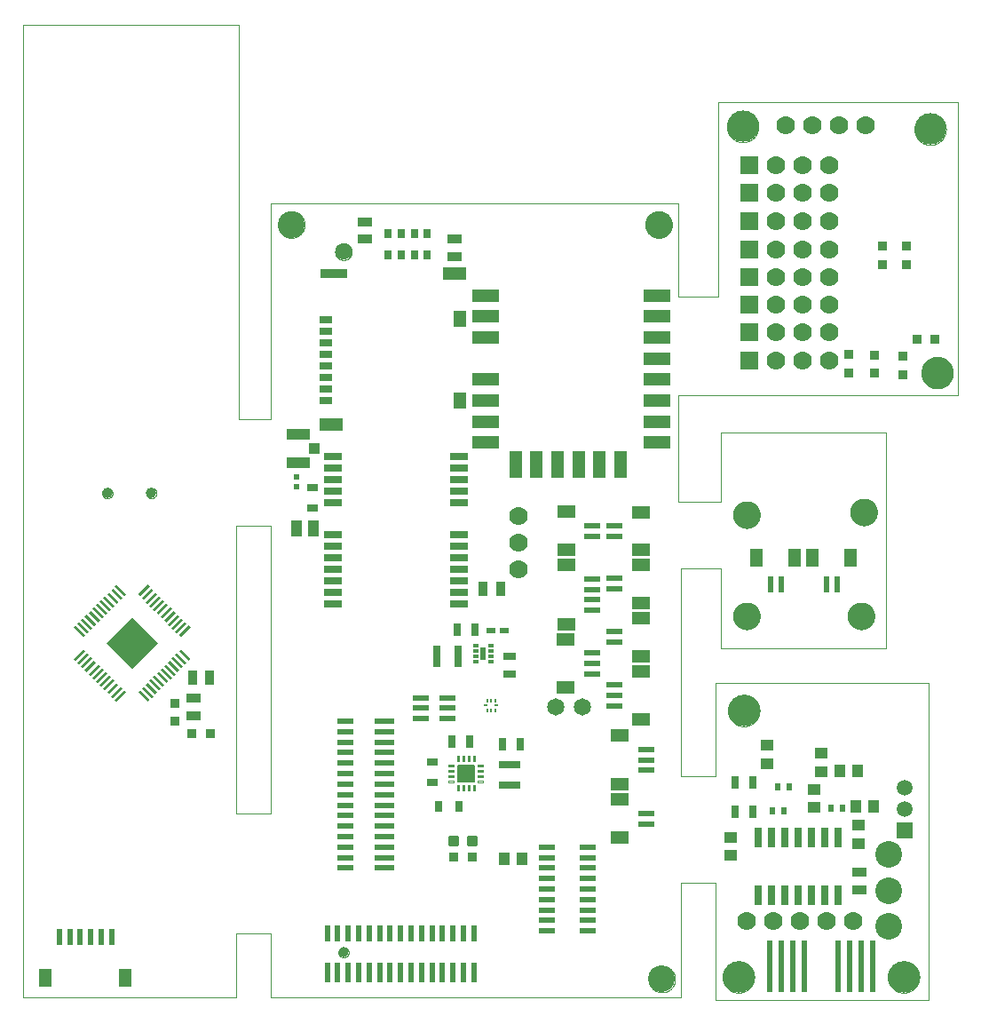
<source format=gbs>
G75*
%MOIN*%
%OFA0B0*%
%FSLAX25Y25*%
%IPPOS*%
%LPD*%
%AMOC8*
5,1,8,0,0,1.08239X$1,22.5*
%
%ADD10C,0.00000*%
%ADD11C,0.11811*%
%ADD12C,0.10000*%
%ADD13R,0.03959X0.04724*%
%ADD14R,0.04724X0.03959*%
%ADD15R,0.02300X0.02700*%
%ADD16C,0.07000*%
%ADD17R,0.05700X0.03800*%
%ADD18R,0.02800X0.07300*%
%ADD19R,0.02800X0.04900*%
%ADD20R,0.02362X0.19685*%
%ADD21R,0.05900X0.05900*%
%ADD22C,0.05900*%
%ADD23R,0.07000X0.07000*%
%ADD24R,0.03600X0.03800*%
%ADD25R,0.03800X0.03600*%
%ADD26R,0.02362X0.06102*%
%ADD27R,0.04724X0.07087*%
%ADD28R,0.07087X0.03150*%
%ADD29R,0.08661X0.03937*%
%ADD30R,0.04134X0.03937*%
%ADD31R,0.02165X0.02067*%
%ADD32R,0.03940X0.02760*%
%ADD33R,0.04400X0.05900*%
%ADD34R,0.03800X0.05700*%
%ADD35R,0.01969X0.01181*%
%ADD36R,0.01969X0.04724*%
%ADD37C,0.00378*%
%ADD38C,0.00661*%
%ADD39R,0.02760X0.03940*%
%ADD40R,0.04900X0.02800*%
%ADD41R,0.07874X0.03150*%
%ADD42R,0.03150X0.07874*%
%ADD43R,0.03400X0.02400*%
%ADD44C,0.06298*%
%ADD45C,0.03800*%
%ADD46C,0.01181*%
%ADD47R,0.06200X0.02300*%
%ADD48R,0.04882X0.03150*%
%ADD49R,0.09843X0.03740*%
%ADD50R,0.08661X0.04528*%
%ADD51R,0.04528X0.05906*%
%ADD52R,0.00866X0.01378*%
%ADD53R,0.01772X0.00866*%
%ADD54R,0.01378X0.00866*%
%ADD55R,0.02600X0.03700*%
%ADD56C,0.06500*%
%ADD57R,0.09843X0.04724*%
%ADD58R,0.04724X0.09843*%
%ADD59R,0.06496X0.02362*%
%ADD60R,0.07283X0.02362*%
%ADD61R,0.02362X0.06496*%
%ADD62R,0.02362X0.07283*%
%ADD63R,0.06000X0.02300*%
%ADD64R,0.06102X0.02362*%
%ADD65R,0.07087X0.04724*%
%ADD66C,0.03900*%
%ADD67R,0.05118X0.00984*%
%ADD68R,0.13780X0.13780*%
D10*
X0001000Y0002150D02*
X0001000Y0367150D01*
X0082000Y0367150D01*
X0082000Y0219150D01*
X0094000Y0219150D01*
X0094000Y0300150D01*
X0247000Y0300150D01*
X0247000Y0265150D01*
X0262000Y0265150D01*
X0262000Y0338150D01*
X0352000Y0338150D01*
X0352000Y0228150D01*
X0247000Y0228150D01*
X0247000Y0188150D01*
X0263000Y0188150D01*
X0263000Y0214150D01*
X0325000Y0214150D01*
X0325000Y0133150D01*
X0263000Y0133150D01*
X0263000Y0163150D01*
X0248000Y0163150D01*
X0248000Y0085150D01*
X0261000Y0085150D01*
X0261000Y0120150D01*
X0341000Y0120150D01*
X0341000Y0001150D01*
X0261000Y0001150D01*
X0261000Y0045150D01*
X0248000Y0045150D01*
X0248000Y0002150D01*
X0094000Y0002150D01*
X0094000Y0026150D01*
X0081000Y0026150D01*
X0081000Y0002150D01*
X0001000Y0002150D01*
X0081000Y0071150D02*
X0081000Y0179150D01*
X0094000Y0179150D01*
X0094000Y0071150D01*
X0081000Y0071150D01*
X0119300Y0018885D02*
X0119302Y0018972D01*
X0119308Y0019059D01*
X0119318Y0019146D01*
X0119332Y0019232D01*
X0119350Y0019317D01*
X0119371Y0019401D01*
X0119397Y0019485D01*
X0119426Y0019567D01*
X0119460Y0019647D01*
X0119496Y0019726D01*
X0119537Y0019803D01*
X0119581Y0019879D01*
X0119628Y0019952D01*
X0119678Y0020023D01*
X0119732Y0020091D01*
X0119789Y0020157D01*
X0119849Y0020221D01*
X0119911Y0020281D01*
X0119977Y0020339D01*
X0120045Y0020393D01*
X0120115Y0020445D01*
X0120188Y0020493D01*
X0120263Y0020538D01*
X0120339Y0020579D01*
X0120418Y0020617D01*
X0120498Y0020651D01*
X0120580Y0020681D01*
X0120663Y0020707D01*
X0120747Y0020730D01*
X0120832Y0020749D01*
X0120918Y0020764D01*
X0121004Y0020775D01*
X0121091Y0020782D01*
X0121178Y0020785D01*
X0121265Y0020784D01*
X0121352Y0020779D01*
X0121439Y0020770D01*
X0121525Y0020757D01*
X0121611Y0020740D01*
X0121695Y0020719D01*
X0121779Y0020695D01*
X0121861Y0020666D01*
X0121942Y0020634D01*
X0122022Y0020598D01*
X0122099Y0020559D01*
X0122175Y0020516D01*
X0122249Y0020469D01*
X0122320Y0020420D01*
X0122389Y0020367D01*
X0122456Y0020310D01*
X0122520Y0020251D01*
X0122581Y0020189D01*
X0122640Y0020125D01*
X0122695Y0020057D01*
X0122747Y0019988D01*
X0122796Y0019916D01*
X0122842Y0019841D01*
X0122884Y0019765D01*
X0122922Y0019687D01*
X0122957Y0019607D01*
X0122989Y0019526D01*
X0123016Y0019443D01*
X0123040Y0019359D01*
X0123060Y0019274D01*
X0123076Y0019189D01*
X0123088Y0019102D01*
X0123096Y0019016D01*
X0123100Y0018929D01*
X0123100Y0018841D01*
X0123096Y0018754D01*
X0123088Y0018668D01*
X0123076Y0018581D01*
X0123060Y0018496D01*
X0123040Y0018411D01*
X0123016Y0018327D01*
X0122989Y0018244D01*
X0122957Y0018163D01*
X0122922Y0018083D01*
X0122884Y0018005D01*
X0122842Y0017929D01*
X0122796Y0017854D01*
X0122747Y0017782D01*
X0122695Y0017713D01*
X0122640Y0017645D01*
X0122581Y0017581D01*
X0122520Y0017519D01*
X0122456Y0017460D01*
X0122389Y0017403D01*
X0122320Y0017350D01*
X0122249Y0017301D01*
X0122175Y0017254D01*
X0122099Y0017211D01*
X0122022Y0017172D01*
X0121942Y0017136D01*
X0121861Y0017104D01*
X0121779Y0017075D01*
X0121695Y0017051D01*
X0121611Y0017030D01*
X0121525Y0017013D01*
X0121439Y0017000D01*
X0121352Y0016991D01*
X0121265Y0016986D01*
X0121178Y0016985D01*
X0121091Y0016988D01*
X0121004Y0016995D01*
X0120918Y0017006D01*
X0120832Y0017021D01*
X0120747Y0017040D01*
X0120663Y0017063D01*
X0120580Y0017089D01*
X0120498Y0017119D01*
X0120418Y0017153D01*
X0120339Y0017191D01*
X0120263Y0017232D01*
X0120188Y0017277D01*
X0120115Y0017325D01*
X0120045Y0017377D01*
X0119977Y0017431D01*
X0119911Y0017489D01*
X0119849Y0017549D01*
X0119789Y0017613D01*
X0119732Y0017679D01*
X0119678Y0017747D01*
X0119628Y0017818D01*
X0119581Y0017891D01*
X0119537Y0017967D01*
X0119496Y0018044D01*
X0119460Y0018123D01*
X0119426Y0018203D01*
X0119397Y0018285D01*
X0119371Y0018369D01*
X0119350Y0018453D01*
X0119332Y0018538D01*
X0119318Y0018624D01*
X0119308Y0018711D01*
X0119302Y0018798D01*
X0119300Y0018885D01*
X0235700Y0008850D02*
X0235702Y0008991D01*
X0235708Y0009132D01*
X0235718Y0009272D01*
X0235732Y0009412D01*
X0235750Y0009552D01*
X0235771Y0009691D01*
X0235797Y0009830D01*
X0235826Y0009968D01*
X0235860Y0010104D01*
X0235897Y0010240D01*
X0235938Y0010375D01*
X0235983Y0010509D01*
X0236032Y0010641D01*
X0236084Y0010772D01*
X0236140Y0010901D01*
X0236200Y0011028D01*
X0236263Y0011154D01*
X0236329Y0011278D01*
X0236400Y0011401D01*
X0236473Y0011521D01*
X0236550Y0011639D01*
X0236630Y0011755D01*
X0236714Y0011868D01*
X0236800Y0011979D01*
X0236890Y0012088D01*
X0236983Y0012194D01*
X0237078Y0012297D01*
X0237177Y0012398D01*
X0237278Y0012496D01*
X0237382Y0012591D01*
X0237489Y0012683D01*
X0237598Y0012772D01*
X0237710Y0012857D01*
X0237824Y0012940D01*
X0237940Y0013020D01*
X0238059Y0013096D01*
X0238180Y0013168D01*
X0238302Y0013238D01*
X0238427Y0013303D01*
X0238553Y0013366D01*
X0238681Y0013424D01*
X0238811Y0013479D01*
X0238942Y0013531D01*
X0239075Y0013578D01*
X0239209Y0013622D01*
X0239344Y0013663D01*
X0239480Y0013699D01*
X0239617Y0013731D01*
X0239755Y0013760D01*
X0239893Y0013785D01*
X0240033Y0013805D01*
X0240173Y0013822D01*
X0240313Y0013835D01*
X0240454Y0013844D01*
X0240594Y0013849D01*
X0240735Y0013850D01*
X0240876Y0013847D01*
X0241017Y0013840D01*
X0241157Y0013829D01*
X0241297Y0013814D01*
X0241437Y0013795D01*
X0241576Y0013773D01*
X0241714Y0013746D01*
X0241852Y0013716D01*
X0241988Y0013681D01*
X0242124Y0013643D01*
X0242258Y0013601D01*
X0242392Y0013555D01*
X0242524Y0013506D01*
X0242654Y0013452D01*
X0242783Y0013395D01*
X0242910Y0013335D01*
X0243036Y0013271D01*
X0243159Y0013203D01*
X0243281Y0013132D01*
X0243401Y0013058D01*
X0243518Y0012980D01*
X0243633Y0012899D01*
X0243746Y0012815D01*
X0243857Y0012728D01*
X0243965Y0012637D01*
X0244070Y0012544D01*
X0244173Y0012447D01*
X0244273Y0012348D01*
X0244370Y0012246D01*
X0244464Y0012141D01*
X0244555Y0012034D01*
X0244643Y0011924D01*
X0244728Y0011812D01*
X0244810Y0011697D01*
X0244889Y0011580D01*
X0244964Y0011461D01*
X0245036Y0011340D01*
X0245104Y0011217D01*
X0245169Y0011092D01*
X0245231Y0010965D01*
X0245288Y0010836D01*
X0245343Y0010706D01*
X0245393Y0010575D01*
X0245440Y0010442D01*
X0245483Y0010308D01*
X0245522Y0010172D01*
X0245557Y0010036D01*
X0245589Y0009899D01*
X0245616Y0009761D01*
X0245640Y0009622D01*
X0245660Y0009482D01*
X0245676Y0009342D01*
X0245688Y0009202D01*
X0245696Y0009061D01*
X0245700Y0008920D01*
X0245700Y0008780D01*
X0245696Y0008639D01*
X0245688Y0008498D01*
X0245676Y0008358D01*
X0245660Y0008218D01*
X0245640Y0008078D01*
X0245616Y0007939D01*
X0245589Y0007801D01*
X0245557Y0007664D01*
X0245522Y0007528D01*
X0245483Y0007392D01*
X0245440Y0007258D01*
X0245393Y0007125D01*
X0245343Y0006994D01*
X0245288Y0006864D01*
X0245231Y0006735D01*
X0245169Y0006608D01*
X0245104Y0006483D01*
X0245036Y0006360D01*
X0244964Y0006239D01*
X0244889Y0006120D01*
X0244810Y0006003D01*
X0244728Y0005888D01*
X0244643Y0005776D01*
X0244555Y0005666D01*
X0244464Y0005559D01*
X0244370Y0005454D01*
X0244273Y0005352D01*
X0244173Y0005253D01*
X0244070Y0005156D01*
X0243965Y0005063D01*
X0243857Y0004972D01*
X0243746Y0004885D01*
X0243633Y0004801D01*
X0243518Y0004720D01*
X0243401Y0004642D01*
X0243281Y0004568D01*
X0243159Y0004497D01*
X0243036Y0004429D01*
X0242910Y0004365D01*
X0242783Y0004305D01*
X0242654Y0004248D01*
X0242524Y0004194D01*
X0242392Y0004145D01*
X0242258Y0004099D01*
X0242124Y0004057D01*
X0241988Y0004019D01*
X0241852Y0003984D01*
X0241714Y0003954D01*
X0241576Y0003927D01*
X0241437Y0003905D01*
X0241297Y0003886D01*
X0241157Y0003871D01*
X0241017Y0003860D01*
X0240876Y0003853D01*
X0240735Y0003850D01*
X0240594Y0003851D01*
X0240454Y0003856D01*
X0240313Y0003865D01*
X0240173Y0003878D01*
X0240033Y0003895D01*
X0239893Y0003915D01*
X0239755Y0003940D01*
X0239617Y0003969D01*
X0239480Y0004001D01*
X0239344Y0004037D01*
X0239209Y0004078D01*
X0239075Y0004122D01*
X0238942Y0004169D01*
X0238811Y0004221D01*
X0238681Y0004276D01*
X0238553Y0004334D01*
X0238427Y0004397D01*
X0238302Y0004462D01*
X0238180Y0004532D01*
X0238059Y0004604D01*
X0237940Y0004680D01*
X0237824Y0004760D01*
X0237710Y0004843D01*
X0237598Y0004928D01*
X0237489Y0005017D01*
X0237382Y0005109D01*
X0237278Y0005204D01*
X0237177Y0005302D01*
X0237078Y0005403D01*
X0236983Y0005506D01*
X0236890Y0005612D01*
X0236800Y0005721D01*
X0236714Y0005832D01*
X0236630Y0005945D01*
X0236550Y0006061D01*
X0236473Y0006179D01*
X0236400Y0006299D01*
X0236329Y0006422D01*
X0236263Y0006546D01*
X0236200Y0006672D01*
X0236140Y0006799D01*
X0236084Y0006928D01*
X0236032Y0007059D01*
X0235983Y0007191D01*
X0235938Y0007325D01*
X0235897Y0007460D01*
X0235860Y0007596D01*
X0235826Y0007732D01*
X0235797Y0007870D01*
X0235771Y0008009D01*
X0235750Y0008148D01*
X0235732Y0008288D01*
X0235718Y0008428D01*
X0235708Y0008568D01*
X0235702Y0008709D01*
X0235700Y0008850D01*
X0263594Y0009650D02*
X0263596Y0009803D01*
X0263602Y0009957D01*
X0263612Y0010110D01*
X0263626Y0010262D01*
X0263644Y0010415D01*
X0263666Y0010566D01*
X0263691Y0010717D01*
X0263721Y0010868D01*
X0263755Y0011018D01*
X0263792Y0011166D01*
X0263833Y0011314D01*
X0263878Y0011460D01*
X0263927Y0011606D01*
X0263980Y0011750D01*
X0264036Y0011892D01*
X0264096Y0012033D01*
X0264160Y0012173D01*
X0264227Y0012311D01*
X0264298Y0012447D01*
X0264373Y0012581D01*
X0264450Y0012713D01*
X0264532Y0012843D01*
X0264616Y0012971D01*
X0264704Y0013097D01*
X0264795Y0013220D01*
X0264889Y0013341D01*
X0264987Y0013459D01*
X0265087Y0013575D01*
X0265191Y0013688D01*
X0265297Y0013799D01*
X0265406Y0013907D01*
X0265518Y0014012D01*
X0265632Y0014113D01*
X0265750Y0014212D01*
X0265869Y0014308D01*
X0265991Y0014401D01*
X0266116Y0014490D01*
X0266243Y0014577D01*
X0266372Y0014659D01*
X0266503Y0014739D01*
X0266636Y0014815D01*
X0266771Y0014888D01*
X0266908Y0014957D01*
X0267047Y0015022D01*
X0267187Y0015084D01*
X0267329Y0015142D01*
X0267472Y0015197D01*
X0267617Y0015248D01*
X0267763Y0015295D01*
X0267910Y0015338D01*
X0268058Y0015377D01*
X0268207Y0015413D01*
X0268357Y0015444D01*
X0268508Y0015472D01*
X0268659Y0015496D01*
X0268812Y0015516D01*
X0268964Y0015532D01*
X0269117Y0015544D01*
X0269270Y0015552D01*
X0269423Y0015556D01*
X0269577Y0015556D01*
X0269730Y0015552D01*
X0269883Y0015544D01*
X0270036Y0015532D01*
X0270188Y0015516D01*
X0270341Y0015496D01*
X0270492Y0015472D01*
X0270643Y0015444D01*
X0270793Y0015413D01*
X0270942Y0015377D01*
X0271090Y0015338D01*
X0271237Y0015295D01*
X0271383Y0015248D01*
X0271528Y0015197D01*
X0271671Y0015142D01*
X0271813Y0015084D01*
X0271953Y0015022D01*
X0272092Y0014957D01*
X0272229Y0014888D01*
X0272364Y0014815D01*
X0272497Y0014739D01*
X0272628Y0014659D01*
X0272757Y0014577D01*
X0272884Y0014490D01*
X0273009Y0014401D01*
X0273131Y0014308D01*
X0273250Y0014212D01*
X0273368Y0014113D01*
X0273482Y0014012D01*
X0273594Y0013907D01*
X0273703Y0013799D01*
X0273809Y0013688D01*
X0273913Y0013575D01*
X0274013Y0013459D01*
X0274111Y0013341D01*
X0274205Y0013220D01*
X0274296Y0013097D01*
X0274384Y0012971D01*
X0274468Y0012843D01*
X0274550Y0012713D01*
X0274627Y0012581D01*
X0274702Y0012447D01*
X0274773Y0012311D01*
X0274840Y0012173D01*
X0274904Y0012033D01*
X0274964Y0011892D01*
X0275020Y0011750D01*
X0275073Y0011606D01*
X0275122Y0011460D01*
X0275167Y0011314D01*
X0275208Y0011166D01*
X0275245Y0011018D01*
X0275279Y0010868D01*
X0275309Y0010717D01*
X0275334Y0010566D01*
X0275356Y0010415D01*
X0275374Y0010262D01*
X0275388Y0010110D01*
X0275398Y0009957D01*
X0275404Y0009803D01*
X0275406Y0009650D01*
X0275404Y0009497D01*
X0275398Y0009343D01*
X0275388Y0009190D01*
X0275374Y0009038D01*
X0275356Y0008885D01*
X0275334Y0008734D01*
X0275309Y0008583D01*
X0275279Y0008432D01*
X0275245Y0008282D01*
X0275208Y0008134D01*
X0275167Y0007986D01*
X0275122Y0007840D01*
X0275073Y0007694D01*
X0275020Y0007550D01*
X0274964Y0007408D01*
X0274904Y0007267D01*
X0274840Y0007127D01*
X0274773Y0006989D01*
X0274702Y0006853D01*
X0274627Y0006719D01*
X0274550Y0006587D01*
X0274468Y0006457D01*
X0274384Y0006329D01*
X0274296Y0006203D01*
X0274205Y0006080D01*
X0274111Y0005959D01*
X0274013Y0005841D01*
X0273913Y0005725D01*
X0273809Y0005612D01*
X0273703Y0005501D01*
X0273594Y0005393D01*
X0273482Y0005288D01*
X0273368Y0005187D01*
X0273250Y0005088D01*
X0273131Y0004992D01*
X0273009Y0004899D01*
X0272884Y0004810D01*
X0272757Y0004723D01*
X0272628Y0004641D01*
X0272497Y0004561D01*
X0272364Y0004485D01*
X0272229Y0004412D01*
X0272092Y0004343D01*
X0271953Y0004278D01*
X0271813Y0004216D01*
X0271671Y0004158D01*
X0271528Y0004103D01*
X0271383Y0004052D01*
X0271237Y0004005D01*
X0271090Y0003962D01*
X0270942Y0003923D01*
X0270793Y0003887D01*
X0270643Y0003856D01*
X0270492Y0003828D01*
X0270341Y0003804D01*
X0270188Y0003784D01*
X0270036Y0003768D01*
X0269883Y0003756D01*
X0269730Y0003748D01*
X0269577Y0003744D01*
X0269423Y0003744D01*
X0269270Y0003748D01*
X0269117Y0003756D01*
X0268964Y0003768D01*
X0268812Y0003784D01*
X0268659Y0003804D01*
X0268508Y0003828D01*
X0268357Y0003856D01*
X0268207Y0003887D01*
X0268058Y0003923D01*
X0267910Y0003962D01*
X0267763Y0004005D01*
X0267617Y0004052D01*
X0267472Y0004103D01*
X0267329Y0004158D01*
X0267187Y0004216D01*
X0267047Y0004278D01*
X0266908Y0004343D01*
X0266771Y0004412D01*
X0266636Y0004485D01*
X0266503Y0004561D01*
X0266372Y0004641D01*
X0266243Y0004723D01*
X0266116Y0004810D01*
X0265991Y0004899D01*
X0265869Y0004992D01*
X0265750Y0005088D01*
X0265632Y0005187D01*
X0265518Y0005288D01*
X0265406Y0005393D01*
X0265297Y0005501D01*
X0265191Y0005612D01*
X0265087Y0005725D01*
X0264987Y0005841D01*
X0264889Y0005959D01*
X0264795Y0006080D01*
X0264704Y0006203D01*
X0264616Y0006329D01*
X0264532Y0006457D01*
X0264450Y0006587D01*
X0264373Y0006719D01*
X0264298Y0006853D01*
X0264227Y0006989D01*
X0264160Y0007127D01*
X0264096Y0007267D01*
X0264036Y0007408D01*
X0263980Y0007550D01*
X0263927Y0007694D01*
X0263878Y0007840D01*
X0263833Y0007986D01*
X0263792Y0008134D01*
X0263755Y0008282D01*
X0263721Y0008432D01*
X0263691Y0008583D01*
X0263666Y0008734D01*
X0263644Y0008885D01*
X0263626Y0009038D01*
X0263612Y0009190D01*
X0263602Y0009343D01*
X0263596Y0009497D01*
X0263594Y0009650D01*
X0325594Y0009650D02*
X0325596Y0009803D01*
X0325602Y0009957D01*
X0325612Y0010110D01*
X0325626Y0010262D01*
X0325644Y0010415D01*
X0325666Y0010566D01*
X0325691Y0010717D01*
X0325721Y0010868D01*
X0325755Y0011018D01*
X0325792Y0011166D01*
X0325833Y0011314D01*
X0325878Y0011460D01*
X0325927Y0011606D01*
X0325980Y0011750D01*
X0326036Y0011892D01*
X0326096Y0012033D01*
X0326160Y0012173D01*
X0326227Y0012311D01*
X0326298Y0012447D01*
X0326373Y0012581D01*
X0326450Y0012713D01*
X0326532Y0012843D01*
X0326616Y0012971D01*
X0326704Y0013097D01*
X0326795Y0013220D01*
X0326889Y0013341D01*
X0326987Y0013459D01*
X0327087Y0013575D01*
X0327191Y0013688D01*
X0327297Y0013799D01*
X0327406Y0013907D01*
X0327518Y0014012D01*
X0327632Y0014113D01*
X0327750Y0014212D01*
X0327869Y0014308D01*
X0327991Y0014401D01*
X0328116Y0014490D01*
X0328243Y0014577D01*
X0328372Y0014659D01*
X0328503Y0014739D01*
X0328636Y0014815D01*
X0328771Y0014888D01*
X0328908Y0014957D01*
X0329047Y0015022D01*
X0329187Y0015084D01*
X0329329Y0015142D01*
X0329472Y0015197D01*
X0329617Y0015248D01*
X0329763Y0015295D01*
X0329910Y0015338D01*
X0330058Y0015377D01*
X0330207Y0015413D01*
X0330357Y0015444D01*
X0330508Y0015472D01*
X0330659Y0015496D01*
X0330812Y0015516D01*
X0330964Y0015532D01*
X0331117Y0015544D01*
X0331270Y0015552D01*
X0331423Y0015556D01*
X0331577Y0015556D01*
X0331730Y0015552D01*
X0331883Y0015544D01*
X0332036Y0015532D01*
X0332188Y0015516D01*
X0332341Y0015496D01*
X0332492Y0015472D01*
X0332643Y0015444D01*
X0332793Y0015413D01*
X0332942Y0015377D01*
X0333090Y0015338D01*
X0333237Y0015295D01*
X0333383Y0015248D01*
X0333528Y0015197D01*
X0333671Y0015142D01*
X0333813Y0015084D01*
X0333953Y0015022D01*
X0334092Y0014957D01*
X0334229Y0014888D01*
X0334364Y0014815D01*
X0334497Y0014739D01*
X0334628Y0014659D01*
X0334757Y0014577D01*
X0334884Y0014490D01*
X0335009Y0014401D01*
X0335131Y0014308D01*
X0335250Y0014212D01*
X0335368Y0014113D01*
X0335482Y0014012D01*
X0335594Y0013907D01*
X0335703Y0013799D01*
X0335809Y0013688D01*
X0335913Y0013575D01*
X0336013Y0013459D01*
X0336111Y0013341D01*
X0336205Y0013220D01*
X0336296Y0013097D01*
X0336384Y0012971D01*
X0336468Y0012843D01*
X0336550Y0012713D01*
X0336627Y0012581D01*
X0336702Y0012447D01*
X0336773Y0012311D01*
X0336840Y0012173D01*
X0336904Y0012033D01*
X0336964Y0011892D01*
X0337020Y0011750D01*
X0337073Y0011606D01*
X0337122Y0011460D01*
X0337167Y0011314D01*
X0337208Y0011166D01*
X0337245Y0011018D01*
X0337279Y0010868D01*
X0337309Y0010717D01*
X0337334Y0010566D01*
X0337356Y0010415D01*
X0337374Y0010262D01*
X0337388Y0010110D01*
X0337398Y0009957D01*
X0337404Y0009803D01*
X0337406Y0009650D01*
X0337404Y0009497D01*
X0337398Y0009343D01*
X0337388Y0009190D01*
X0337374Y0009038D01*
X0337356Y0008885D01*
X0337334Y0008734D01*
X0337309Y0008583D01*
X0337279Y0008432D01*
X0337245Y0008282D01*
X0337208Y0008134D01*
X0337167Y0007986D01*
X0337122Y0007840D01*
X0337073Y0007694D01*
X0337020Y0007550D01*
X0336964Y0007408D01*
X0336904Y0007267D01*
X0336840Y0007127D01*
X0336773Y0006989D01*
X0336702Y0006853D01*
X0336627Y0006719D01*
X0336550Y0006587D01*
X0336468Y0006457D01*
X0336384Y0006329D01*
X0336296Y0006203D01*
X0336205Y0006080D01*
X0336111Y0005959D01*
X0336013Y0005841D01*
X0335913Y0005725D01*
X0335809Y0005612D01*
X0335703Y0005501D01*
X0335594Y0005393D01*
X0335482Y0005288D01*
X0335368Y0005187D01*
X0335250Y0005088D01*
X0335131Y0004992D01*
X0335009Y0004899D01*
X0334884Y0004810D01*
X0334757Y0004723D01*
X0334628Y0004641D01*
X0334497Y0004561D01*
X0334364Y0004485D01*
X0334229Y0004412D01*
X0334092Y0004343D01*
X0333953Y0004278D01*
X0333813Y0004216D01*
X0333671Y0004158D01*
X0333528Y0004103D01*
X0333383Y0004052D01*
X0333237Y0004005D01*
X0333090Y0003962D01*
X0332942Y0003923D01*
X0332793Y0003887D01*
X0332643Y0003856D01*
X0332492Y0003828D01*
X0332341Y0003804D01*
X0332188Y0003784D01*
X0332036Y0003768D01*
X0331883Y0003756D01*
X0331730Y0003748D01*
X0331577Y0003744D01*
X0331423Y0003744D01*
X0331270Y0003748D01*
X0331117Y0003756D01*
X0330964Y0003768D01*
X0330812Y0003784D01*
X0330659Y0003804D01*
X0330508Y0003828D01*
X0330357Y0003856D01*
X0330207Y0003887D01*
X0330058Y0003923D01*
X0329910Y0003962D01*
X0329763Y0004005D01*
X0329617Y0004052D01*
X0329472Y0004103D01*
X0329329Y0004158D01*
X0329187Y0004216D01*
X0329047Y0004278D01*
X0328908Y0004343D01*
X0328771Y0004412D01*
X0328636Y0004485D01*
X0328503Y0004561D01*
X0328372Y0004641D01*
X0328243Y0004723D01*
X0328116Y0004810D01*
X0327991Y0004899D01*
X0327869Y0004992D01*
X0327750Y0005088D01*
X0327632Y0005187D01*
X0327518Y0005288D01*
X0327406Y0005393D01*
X0327297Y0005501D01*
X0327191Y0005612D01*
X0327087Y0005725D01*
X0326987Y0005841D01*
X0326889Y0005959D01*
X0326795Y0006080D01*
X0326704Y0006203D01*
X0326616Y0006329D01*
X0326532Y0006457D01*
X0326450Y0006587D01*
X0326373Y0006719D01*
X0326298Y0006853D01*
X0326227Y0006989D01*
X0326160Y0007127D01*
X0326096Y0007267D01*
X0326036Y0007408D01*
X0325980Y0007550D01*
X0325927Y0007694D01*
X0325878Y0007840D01*
X0325833Y0007986D01*
X0325792Y0008134D01*
X0325755Y0008282D01*
X0325721Y0008432D01*
X0325691Y0008583D01*
X0325666Y0008734D01*
X0325644Y0008885D01*
X0325626Y0009038D01*
X0325612Y0009190D01*
X0325602Y0009343D01*
X0325596Y0009497D01*
X0325594Y0009650D01*
X0265594Y0109650D02*
X0265596Y0109803D01*
X0265602Y0109957D01*
X0265612Y0110110D01*
X0265626Y0110262D01*
X0265644Y0110415D01*
X0265666Y0110566D01*
X0265691Y0110717D01*
X0265721Y0110868D01*
X0265755Y0111018D01*
X0265792Y0111166D01*
X0265833Y0111314D01*
X0265878Y0111460D01*
X0265927Y0111606D01*
X0265980Y0111750D01*
X0266036Y0111892D01*
X0266096Y0112033D01*
X0266160Y0112173D01*
X0266227Y0112311D01*
X0266298Y0112447D01*
X0266373Y0112581D01*
X0266450Y0112713D01*
X0266532Y0112843D01*
X0266616Y0112971D01*
X0266704Y0113097D01*
X0266795Y0113220D01*
X0266889Y0113341D01*
X0266987Y0113459D01*
X0267087Y0113575D01*
X0267191Y0113688D01*
X0267297Y0113799D01*
X0267406Y0113907D01*
X0267518Y0114012D01*
X0267632Y0114113D01*
X0267750Y0114212D01*
X0267869Y0114308D01*
X0267991Y0114401D01*
X0268116Y0114490D01*
X0268243Y0114577D01*
X0268372Y0114659D01*
X0268503Y0114739D01*
X0268636Y0114815D01*
X0268771Y0114888D01*
X0268908Y0114957D01*
X0269047Y0115022D01*
X0269187Y0115084D01*
X0269329Y0115142D01*
X0269472Y0115197D01*
X0269617Y0115248D01*
X0269763Y0115295D01*
X0269910Y0115338D01*
X0270058Y0115377D01*
X0270207Y0115413D01*
X0270357Y0115444D01*
X0270508Y0115472D01*
X0270659Y0115496D01*
X0270812Y0115516D01*
X0270964Y0115532D01*
X0271117Y0115544D01*
X0271270Y0115552D01*
X0271423Y0115556D01*
X0271577Y0115556D01*
X0271730Y0115552D01*
X0271883Y0115544D01*
X0272036Y0115532D01*
X0272188Y0115516D01*
X0272341Y0115496D01*
X0272492Y0115472D01*
X0272643Y0115444D01*
X0272793Y0115413D01*
X0272942Y0115377D01*
X0273090Y0115338D01*
X0273237Y0115295D01*
X0273383Y0115248D01*
X0273528Y0115197D01*
X0273671Y0115142D01*
X0273813Y0115084D01*
X0273953Y0115022D01*
X0274092Y0114957D01*
X0274229Y0114888D01*
X0274364Y0114815D01*
X0274497Y0114739D01*
X0274628Y0114659D01*
X0274757Y0114577D01*
X0274884Y0114490D01*
X0275009Y0114401D01*
X0275131Y0114308D01*
X0275250Y0114212D01*
X0275368Y0114113D01*
X0275482Y0114012D01*
X0275594Y0113907D01*
X0275703Y0113799D01*
X0275809Y0113688D01*
X0275913Y0113575D01*
X0276013Y0113459D01*
X0276111Y0113341D01*
X0276205Y0113220D01*
X0276296Y0113097D01*
X0276384Y0112971D01*
X0276468Y0112843D01*
X0276550Y0112713D01*
X0276627Y0112581D01*
X0276702Y0112447D01*
X0276773Y0112311D01*
X0276840Y0112173D01*
X0276904Y0112033D01*
X0276964Y0111892D01*
X0277020Y0111750D01*
X0277073Y0111606D01*
X0277122Y0111460D01*
X0277167Y0111314D01*
X0277208Y0111166D01*
X0277245Y0111018D01*
X0277279Y0110868D01*
X0277309Y0110717D01*
X0277334Y0110566D01*
X0277356Y0110415D01*
X0277374Y0110262D01*
X0277388Y0110110D01*
X0277398Y0109957D01*
X0277404Y0109803D01*
X0277406Y0109650D01*
X0277404Y0109497D01*
X0277398Y0109343D01*
X0277388Y0109190D01*
X0277374Y0109038D01*
X0277356Y0108885D01*
X0277334Y0108734D01*
X0277309Y0108583D01*
X0277279Y0108432D01*
X0277245Y0108282D01*
X0277208Y0108134D01*
X0277167Y0107986D01*
X0277122Y0107840D01*
X0277073Y0107694D01*
X0277020Y0107550D01*
X0276964Y0107408D01*
X0276904Y0107267D01*
X0276840Y0107127D01*
X0276773Y0106989D01*
X0276702Y0106853D01*
X0276627Y0106719D01*
X0276550Y0106587D01*
X0276468Y0106457D01*
X0276384Y0106329D01*
X0276296Y0106203D01*
X0276205Y0106080D01*
X0276111Y0105959D01*
X0276013Y0105841D01*
X0275913Y0105725D01*
X0275809Y0105612D01*
X0275703Y0105501D01*
X0275594Y0105393D01*
X0275482Y0105288D01*
X0275368Y0105187D01*
X0275250Y0105088D01*
X0275131Y0104992D01*
X0275009Y0104899D01*
X0274884Y0104810D01*
X0274757Y0104723D01*
X0274628Y0104641D01*
X0274497Y0104561D01*
X0274364Y0104485D01*
X0274229Y0104412D01*
X0274092Y0104343D01*
X0273953Y0104278D01*
X0273813Y0104216D01*
X0273671Y0104158D01*
X0273528Y0104103D01*
X0273383Y0104052D01*
X0273237Y0104005D01*
X0273090Y0103962D01*
X0272942Y0103923D01*
X0272793Y0103887D01*
X0272643Y0103856D01*
X0272492Y0103828D01*
X0272341Y0103804D01*
X0272188Y0103784D01*
X0272036Y0103768D01*
X0271883Y0103756D01*
X0271730Y0103748D01*
X0271577Y0103744D01*
X0271423Y0103744D01*
X0271270Y0103748D01*
X0271117Y0103756D01*
X0270964Y0103768D01*
X0270812Y0103784D01*
X0270659Y0103804D01*
X0270508Y0103828D01*
X0270357Y0103856D01*
X0270207Y0103887D01*
X0270058Y0103923D01*
X0269910Y0103962D01*
X0269763Y0104005D01*
X0269617Y0104052D01*
X0269472Y0104103D01*
X0269329Y0104158D01*
X0269187Y0104216D01*
X0269047Y0104278D01*
X0268908Y0104343D01*
X0268771Y0104412D01*
X0268636Y0104485D01*
X0268503Y0104561D01*
X0268372Y0104641D01*
X0268243Y0104723D01*
X0268116Y0104810D01*
X0267991Y0104899D01*
X0267869Y0104992D01*
X0267750Y0105088D01*
X0267632Y0105187D01*
X0267518Y0105288D01*
X0267406Y0105393D01*
X0267297Y0105501D01*
X0267191Y0105612D01*
X0267087Y0105725D01*
X0266987Y0105841D01*
X0266889Y0105959D01*
X0266795Y0106080D01*
X0266704Y0106203D01*
X0266616Y0106329D01*
X0266532Y0106457D01*
X0266450Y0106587D01*
X0266373Y0106719D01*
X0266298Y0106853D01*
X0266227Y0106989D01*
X0266160Y0107127D01*
X0266096Y0107267D01*
X0266036Y0107408D01*
X0265980Y0107550D01*
X0265927Y0107694D01*
X0265878Y0107840D01*
X0265833Y0107986D01*
X0265792Y0108134D01*
X0265755Y0108282D01*
X0265721Y0108432D01*
X0265691Y0108583D01*
X0265666Y0108734D01*
X0265644Y0108885D01*
X0265626Y0109038D01*
X0265612Y0109190D01*
X0265602Y0109343D01*
X0265596Y0109497D01*
X0265594Y0109650D01*
X0267500Y0145150D02*
X0267502Y0145291D01*
X0267508Y0145432D01*
X0267518Y0145572D01*
X0267532Y0145712D01*
X0267550Y0145852D01*
X0267571Y0145991D01*
X0267597Y0146130D01*
X0267626Y0146268D01*
X0267660Y0146404D01*
X0267697Y0146540D01*
X0267738Y0146675D01*
X0267783Y0146809D01*
X0267832Y0146941D01*
X0267884Y0147072D01*
X0267940Y0147201D01*
X0268000Y0147328D01*
X0268063Y0147454D01*
X0268129Y0147578D01*
X0268200Y0147701D01*
X0268273Y0147821D01*
X0268350Y0147939D01*
X0268430Y0148055D01*
X0268514Y0148168D01*
X0268600Y0148279D01*
X0268690Y0148388D01*
X0268783Y0148494D01*
X0268878Y0148597D01*
X0268977Y0148698D01*
X0269078Y0148796D01*
X0269182Y0148891D01*
X0269289Y0148983D01*
X0269398Y0149072D01*
X0269510Y0149157D01*
X0269624Y0149240D01*
X0269740Y0149320D01*
X0269859Y0149396D01*
X0269980Y0149468D01*
X0270102Y0149538D01*
X0270227Y0149603D01*
X0270353Y0149666D01*
X0270481Y0149724D01*
X0270611Y0149779D01*
X0270742Y0149831D01*
X0270875Y0149878D01*
X0271009Y0149922D01*
X0271144Y0149963D01*
X0271280Y0149999D01*
X0271417Y0150031D01*
X0271555Y0150060D01*
X0271693Y0150085D01*
X0271833Y0150105D01*
X0271973Y0150122D01*
X0272113Y0150135D01*
X0272254Y0150144D01*
X0272394Y0150149D01*
X0272535Y0150150D01*
X0272676Y0150147D01*
X0272817Y0150140D01*
X0272957Y0150129D01*
X0273097Y0150114D01*
X0273237Y0150095D01*
X0273376Y0150073D01*
X0273514Y0150046D01*
X0273652Y0150016D01*
X0273788Y0149981D01*
X0273924Y0149943D01*
X0274058Y0149901D01*
X0274192Y0149855D01*
X0274324Y0149806D01*
X0274454Y0149752D01*
X0274583Y0149695D01*
X0274710Y0149635D01*
X0274836Y0149571D01*
X0274959Y0149503D01*
X0275081Y0149432D01*
X0275201Y0149358D01*
X0275318Y0149280D01*
X0275433Y0149199D01*
X0275546Y0149115D01*
X0275657Y0149028D01*
X0275765Y0148937D01*
X0275870Y0148844D01*
X0275973Y0148747D01*
X0276073Y0148648D01*
X0276170Y0148546D01*
X0276264Y0148441D01*
X0276355Y0148334D01*
X0276443Y0148224D01*
X0276528Y0148112D01*
X0276610Y0147997D01*
X0276689Y0147880D01*
X0276764Y0147761D01*
X0276836Y0147640D01*
X0276904Y0147517D01*
X0276969Y0147392D01*
X0277031Y0147265D01*
X0277088Y0147136D01*
X0277143Y0147006D01*
X0277193Y0146875D01*
X0277240Y0146742D01*
X0277283Y0146608D01*
X0277322Y0146472D01*
X0277357Y0146336D01*
X0277389Y0146199D01*
X0277416Y0146061D01*
X0277440Y0145922D01*
X0277460Y0145782D01*
X0277476Y0145642D01*
X0277488Y0145502D01*
X0277496Y0145361D01*
X0277500Y0145220D01*
X0277500Y0145080D01*
X0277496Y0144939D01*
X0277488Y0144798D01*
X0277476Y0144658D01*
X0277460Y0144518D01*
X0277440Y0144378D01*
X0277416Y0144239D01*
X0277389Y0144101D01*
X0277357Y0143964D01*
X0277322Y0143828D01*
X0277283Y0143692D01*
X0277240Y0143558D01*
X0277193Y0143425D01*
X0277143Y0143294D01*
X0277088Y0143164D01*
X0277031Y0143035D01*
X0276969Y0142908D01*
X0276904Y0142783D01*
X0276836Y0142660D01*
X0276764Y0142539D01*
X0276689Y0142420D01*
X0276610Y0142303D01*
X0276528Y0142188D01*
X0276443Y0142076D01*
X0276355Y0141966D01*
X0276264Y0141859D01*
X0276170Y0141754D01*
X0276073Y0141652D01*
X0275973Y0141553D01*
X0275870Y0141456D01*
X0275765Y0141363D01*
X0275657Y0141272D01*
X0275546Y0141185D01*
X0275433Y0141101D01*
X0275318Y0141020D01*
X0275201Y0140942D01*
X0275081Y0140868D01*
X0274959Y0140797D01*
X0274836Y0140729D01*
X0274710Y0140665D01*
X0274583Y0140605D01*
X0274454Y0140548D01*
X0274324Y0140494D01*
X0274192Y0140445D01*
X0274058Y0140399D01*
X0273924Y0140357D01*
X0273788Y0140319D01*
X0273652Y0140284D01*
X0273514Y0140254D01*
X0273376Y0140227D01*
X0273237Y0140205D01*
X0273097Y0140186D01*
X0272957Y0140171D01*
X0272817Y0140160D01*
X0272676Y0140153D01*
X0272535Y0140150D01*
X0272394Y0140151D01*
X0272254Y0140156D01*
X0272113Y0140165D01*
X0271973Y0140178D01*
X0271833Y0140195D01*
X0271693Y0140215D01*
X0271555Y0140240D01*
X0271417Y0140269D01*
X0271280Y0140301D01*
X0271144Y0140337D01*
X0271009Y0140378D01*
X0270875Y0140422D01*
X0270742Y0140469D01*
X0270611Y0140521D01*
X0270481Y0140576D01*
X0270353Y0140634D01*
X0270227Y0140697D01*
X0270102Y0140762D01*
X0269980Y0140832D01*
X0269859Y0140904D01*
X0269740Y0140980D01*
X0269624Y0141060D01*
X0269510Y0141143D01*
X0269398Y0141228D01*
X0269289Y0141317D01*
X0269182Y0141409D01*
X0269078Y0141504D01*
X0268977Y0141602D01*
X0268878Y0141703D01*
X0268783Y0141806D01*
X0268690Y0141912D01*
X0268600Y0142021D01*
X0268514Y0142132D01*
X0268430Y0142245D01*
X0268350Y0142361D01*
X0268273Y0142479D01*
X0268200Y0142599D01*
X0268129Y0142722D01*
X0268063Y0142846D01*
X0268000Y0142972D01*
X0267940Y0143099D01*
X0267884Y0143228D01*
X0267832Y0143359D01*
X0267783Y0143491D01*
X0267738Y0143625D01*
X0267697Y0143760D01*
X0267660Y0143896D01*
X0267626Y0144032D01*
X0267597Y0144170D01*
X0267571Y0144309D01*
X0267550Y0144448D01*
X0267532Y0144588D01*
X0267518Y0144728D01*
X0267508Y0144868D01*
X0267502Y0145009D01*
X0267500Y0145150D01*
X0267500Y0183150D02*
X0267502Y0183291D01*
X0267508Y0183432D01*
X0267518Y0183572D01*
X0267532Y0183712D01*
X0267550Y0183852D01*
X0267571Y0183991D01*
X0267597Y0184130D01*
X0267626Y0184268D01*
X0267660Y0184404D01*
X0267697Y0184540D01*
X0267738Y0184675D01*
X0267783Y0184809D01*
X0267832Y0184941D01*
X0267884Y0185072D01*
X0267940Y0185201D01*
X0268000Y0185328D01*
X0268063Y0185454D01*
X0268129Y0185578D01*
X0268200Y0185701D01*
X0268273Y0185821D01*
X0268350Y0185939D01*
X0268430Y0186055D01*
X0268514Y0186168D01*
X0268600Y0186279D01*
X0268690Y0186388D01*
X0268783Y0186494D01*
X0268878Y0186597D01*
X0268977Y0186698D01*
X0269078Y0186796D01*
X0269182Y0186891D01*
X0269289Y0186983D01*
X0269398Y0187072D01*
X0269510Y0187157D01*
X0269624Y0187240D01*
X0269740Y0187320D01*
X0269859Y0187396D01*
X0269980Y0187468D01*
X0270102Y0187538D01*
X0270227Y0187603D01*
X0270353Y0187666D01*
X0270481Y0187724D01*
X0270611Y0187779D01*
X0270742Y0187831D01*
X0270875Y0187878D01*
X0271009Y0187922D01*
X0271144Y0187963D01*
X0271280Y0187999D01*
X0271417Y0188031D01*
X0271555Y0188060D01*
X0271693Y0188085D01*
X0271833Y0188105D01*
X0271973Y0188122D01*
X0272113Y0188135D01*
X0272254Y0188144D01*
X0272394Y0188149D01*
X0272535Y0188150D01*
X0272676Y0188147D01*
X0272817Y0188140D01*
X0272957Y0188129D01*
X0273097Y0188114D01*
X0273237Y0188095D01*
X0273376Y0188073D01*
X0273514Y0188046D01*
X0273652Y0188016D01*
X0273788Y0187981D01*
X0273924Y0187943D01*
X0274058Y0187901D01*
X0274192Y0187855D01*
X0274324Y0187806D01*
X0274454Y0187752D01*
X0274583Y0187695D01*
X0274710Y0187635D01*
X0274836Y0187571D01*
X0274959Y0187503D01*
X0275081Y0187432D01*
X0275201Y0187358D01*
X0275318Y0187280D01*
X0275433Y0187199D01*
X0275546Y0187115D01*
X0275657Y0187028D01*
X0275765Y0186937D01*
X0275870Y0186844D01*
X0275973Y0186747D01*
X0276073Y0186648D01*
X0276170Y0186546D01*
X0276264Y0186441D01*
X0276355Y0186334D01*
X0276443Y0186224D01*
X0276528Y0186112D01*
X0276610Y0185997D01*
X0276689Y0185880D01*
X0276764Y0185761D01*
X0276836Y0185640D01*
X0276904Y0185517D01*
X0276969Y0185392D01*
X0277031Y0185265D01*
X0277088Y0185136D01*
X0277143Y0185006D01*
X0277193Y0184875D01*
X0277240Y0184742D01*
X0277283Y0184608D01*
X0277322Y0184472D01*
X0277357Y0184336D01*
X0277389Y0184199D01*
X0277416Y0184061D01*
X0277440Y0183922D01*
X0277460Y0183782D01*
X0277476Y0183642D01*
X0277488Y0183502D01*
X0277496Y0183361D01*
X0277500Y0183220D01*
X0277500Y0183080D01*
X0277496Y0182939D01*
X0277488Y0182798D01*
X0277476Y0182658D01*
X0277460Y0182518D01*
X0277440Y0182378D01*
X0277416Y0182239D01*
X0277389Y0182101D01*
X0277357Y0181964D01*
X0277322Y0181828D01*
X0277283Y0181692D01*
X0277240Y0181558D01*
X0277193Y0181425D01*
X0277143Y0181294D01*
X0277088Y0181164D01*
X0277031Y0181035D01*
X0276969Y0180908D01*
X0276904Y0180783D01*
X0276836Y0180660D01*
X0276764Y0180539D01*
X0276689Y0180420D01*
X0276610Y0180303D01*
X0276528Y0180188D01*
X0276443Y0180076D01*
X0276355Y0179966D01*
X0276264Y0179859D01*
X0276170Y0179754D01*
X0276073Y0179652D01*
X0275973Y0179553D01*
X0275870Y0179456D01*
X0275765Y0179363D01*
X0275657Y0179272D01*
X0275546Y0179185D01*
X0275433Y0179101D01*
X0275318Y0179020D01*
X0275201Y0178942D01*
X0275081Y0178868D01*
X0274959Y0178797D01*
X0274836Y0178729D01*
X0274710Y0178665D01*
X0274583Y0178605D01*
X0274454Y0178548D01*
X0274324Y0178494D01*
X0274192Y0178445D01*
X0274058Y0178399D01*
X0273924Y0178357D01*
X0273788Y0178319D01*
X0273652Y0178284D01*
X0273514Y0178254D01*
X0273376Y0178227D01*
X0273237Y0178205D01*
X0273097Y0178186D01*
X0272957Y0178171D01*
X0272817Y0178160D01*
X0272676Y0178153D01*
X0272535Y0178150D01*
X0272394Y0178151D01*
X0272254Y0178156D01*
X0272113Y0178165D01*
X0271973Y0178178D01*
X0271833Y0178195D01*
X0271693Y0178215D01*
X0271555Y0178240D01*
X0271417Y0178269D01*
X0271280Y0178301D01*
X0271144Y0178337D01*
X0271009Y0178378D01*
X0270875Y0178422D01*
X0270742Y0178469D01*
X0270611Y0178521D01*
X0270481Y0178576D01*
X0270353Y0178634D01*
X0270227Y0178697D01*
X0270102Y0178762D01*
X0269980Y0178832D01*
X0269859Y0178904D01*
X0269740Y0178980D01*
X0269624Y0179060D01*
X0269510Y0179143D01*
X0269398Y0179228D01*
X0269289Y0179317D01*
X0269182Y0179409D01*
X0269078Y0179504D01*
X0268977Y0179602D01*
X0268878Y0179703D01*
X0268783Y0179806D01*
X0268690Y0179912D01*
X0268600Y0180021D01*
X0268514Y0180132D01*
X0268430Y0180245D01*
X0268350Y0180361D01*
X0268273Y0180479D01*
X0268200Y0180599D01*
X0268129Y0180722D01*
X0268063Y0180846D01*
X0268000Y0180972D01*
X0267940Y0181099D01*
X0267884Y0181228D01*
X0267832Y0181359D01*
X0267783Y0181491D01*
X0267738Y0181625D01*
X0267697Y0181760D01*
X0267660Y0181896D01*
X0267626Y0182032D01*
X0267597Y0182170D01*
X0267571Y0182309D01*
X0267550Y0182448D01*
X0267532Y0182588D01*
X0267518Y0182728D01*
X0267508Y0182868D01*
X0267502Y0183009D01*
X0267500Y0183150D01*
X0311500Y0184150D02*
X0311502Y0184291D01*
X0311508Y0184432D01*
X0311518Y0184572D01*
X0311532Y0184712D01*
X0311550Y0184852D01*
X0311571Y0184991D01*
X0311597Y0185130D01*
X0311626Y0185268D01*
X0311660Y0185404D01*
X0311697Y0185540D01*
X0311738Y0185675D01*
X0311783Y0185809D01*
X0311832Y0185941D01*
X0311884Y0186072D01*
X0311940Y0186201D01*
X0312000Y0186328D01*
X0312063Y0186454D01*
X0312129Y0186578D01*
X0312200Y0186701D01*
X0312273Y0186821D01*
X0312350Y0186939D01*
X0312430Y0187055D01*
X0312514Y0187168D01*
X0312600Y0187279D01*
X0312690Y0187388D01*
X0312783Y0187494D01*
X0312878Y0187597D01*
X0312977Y0187698D01*
X0313078Y0187796D01*
X0313182Y0187891D01*
X0313289Y0187983D01*
X0313398Y0188072D01*
X0313510Y0188157D01*
X0313624Y0188240D01*
X0313740Y0188320D01*
X0313859Y0188396D01*
X0313980Y0188468D01*
X0314102Y0188538D01*
X0314227Y0188603D01*
X0314353Y0188666D01*
X0314481Y0188724D01*
X0314611Y0188779D01*
X0314742Y0188831D01*
X0314875Y0188878D01*
X0315009Y0188922D01*
X0315144Y0188963D01*
X0315280Y0188999D01*
X0315417Y0189031D01*
X0315555Y0189060D01*
X0315693Y0189085D01*
X0315833Y0189105D01*
X0315973Y0189122D01*
X0316113Y0189135D01*
X0316254Y0189144D01*
X0316394Y0189149D01*
X0316535Y0189150D01*
X0316676Y0189147D01*
X0316817Y0189140D01*
X0316957Y0189129D01*
X0317097Y0189114D01*
X0317237Y0189095D01*
X0317376Y0189073D01*
X0317514Y0189046D01*
X0317652Y0189016D01*
X0317788Y0188981D01*
X0317924Y0188943D01*
X0318058Y0188901D01*
X0318192Y0188855D01*
X0318324Y0188806D01*
X0318454Y0188752D01*
X0318583Y0188695D01*
X0318710Y0188635D01*
X0318836Y0188571D01*
X0318959Y0188503D01*
X0319081Y0188432D01*
X0319201Y0188358D01*
X0319318Y0188280D01*
X0319433Y0188199D01*
X0319546Y0188115D01*
X0319657Y0188028D01*
X0319765Y0187937D01*
X0319870Y0187844D01*
X0319973Y0187747D01*
X0320073Y0187648D01*
X0320170Y0187546D01*
X0320264Y0187441D01*
X0320355Y0187334D01*
X0320443Y0187224D01*
X0320528Y0187112D01*
X0320610Y0186997D01*
X0320689Y0186880D01*
X0320764Y0186761D01*
X0320836Y0186640D01*
X0320904Y0186517D01*
X0320969Y0186392D01*
X0321031Y0186265D01*
X0321088Y0186136D01*
X0321143Y0186006D01*
X0321193Y0185875D01*
X0321240Y0185742D01*
X0321283Y0185608D01*
X0321322Y0185472D01*
X0321357Y0185336D01*
X0321389Y0185199D01*
X0321416Y0185061D01*
X0321440Y0184922D01*
X0321460Y0184782D01*
X0321476Y0184642D01*
X0321488Y0184502D01*
X0321496Y0184361D01*
X0321500Y0184220D01*
X0321500Y0184080D01*
X0321496Y0183939D01*
X0321488Y0183798D01*
X0321476Y0183658D01*
X0321460Y0183518D01*
X0321440Y0183378D01*
X0321416Y0183239D01*
X0321389Y0183101D01*
X0321357Y0182964D01*
X0321322Y0182828D01*
X0321283Y0182692D01*
X0321240Y0182558D01*
X0321193Y0182425D01*
X0321143Y0182294D01*
X0321088Y0182164D01*
X0321031Y0182035D01*
X0320969Y0181908D01*
X0320904Y0181783D01*
X0320836Y0181660D01*
X0320764Y0181539D01*
X0320689Y0181420D01*
X0320610Y0181303D01*
X0320528Y0181188D01*
X0320443Y0181076D01*
X0320355Y0180966D01*
X0320264Y0180859D01*
X0320170Y0180754D01*
X0320073Y0180652D01*
X0319973Y0180553D01*
X0319870Y0180456D01*
X0319765Y0180363D01*
X0319657Y0180272D01*
X0319546Y0180185D01*
X0319433Y0180101D01*
X0319318Y0180020D01*
X0319201Y0179942D01*
X0319081Y0179868D01*
X0318959Y0179797D01*
X0318836Y0179729D01*
X0318710Y0179665D01*
X0318583Y0179605D01*
X0318454Y0179548D01*
X0318324Y0179494D01*
X0318192Y0179445D01*
X0318058Y0179399D01*
X0317924Y0179357D01*
X0317788Y0179319D01*
X0317652Y0179284D01*
X0317514Y0179254D01*
X0317376Y0179227D01*
X0317237Y0179205D01*
X0317097Y0179186D01*
X0316957Y0179171D01*
X0316817Y0179160D01*
X0316676Y0179153D01*
X0316535Y0179150D01*
X0316394Y0179151D01*
X0316254Y0179156D01*
X0316113Y0179165D01*
X0315973Y0179178D01*
X0315833Y0179195D01*
X0315693Y0179215D01*
X0315555Y0179240D01*
X0315417Y0179269D01*
X0315280Y0179301D01*
X0315144Y0179337D01*
X0315009Y0179378D01*
X0314875Y0179422D01*
X0314742Y0179469D01*
X0314611Y0179521D01*
X0314481Y0179576D01*
X0314353Y0179634D01*
X0314227Y0179697D01*
X0314102Y0179762D01*
X0313980Y0179832D01*
X0313859Y0179904D01*
X0313740Y0179980D01*
X0313624Y0180060D01*
X0313510Y0180143D01*
X0313398Y0180228D01*
X0313289Y0180317D01*
X0313182Y0180409D01*
X0313078Y0180504D01*
X0312977Y0180602D01*
X0312878Y0180703D01*
X0312783Y0180806D01*
X0312690Y0180912D01*
X0312600Y0181021D01*
X0312514Y0181132D01*
X0312430Y0181245D01*
X0312350Y0181361D01*
X0312273Y0181479D01*
X0312200Y0181599D01*
X0312129Y0181722D01*
X0312063Y0181846D01*
X0312000Y0181972D01*
X0311940Y0182099D01*
X0311884Y0182228D01*
X0311832Y0182359D01*
X0311783Y0182491D01*
X0311738Y0182625D01*
X0311697Y0182760D01*
X0311660Y0182896D01*
X0311626Y0183032D01*
X0311597Y0183170D01*
X0311571Y0183309D01*
X0311550Y0183448D01*
X0311532Y0183588D01*
X0311518Y0183728D01*
X0311508Y0183868D01*
X0311502Y0184009D01*
X0311500Y0184150D01*
X0310500Y0145150D02*
X0310502Y0145291D01*
X0310508Y0145432D01*
X0310518Y0145572D01*
X0310532Y0145712D01*
X0310550Y0145852D01*
X0310571Y0145991D01*
X0310597Y0146130D01*
X0310626Y0146268D01*
X0310660Y0146404D01*
X0310697Y0146540D01*
X0310738Y0146675D01*
X0310783Y0146809D01*
X0310832Y0146941D01*
X0310884Y0147072D01*
X0310940Y0147201D01*
X0311000Y0147328D01*
X0311063Y0147454D01*
X0311129Y0147578D01*
X0311200Y0147701D01*
X0311273Y0147821D01*
X0311350Y0147939D01*
X0311430Y0148055D01*
X0311514Y0148168D01*
X0311600Y0148279D01*
X0311690Y0148388D01*
X0311783Y0148494D01*
X0311878Y0148597D01*
X0311977Y0148698D01*
X0312078Y0148796D01*
X0312182Y0148891D01*
X0312289Y0148983D01*
X0312398Y0149072D01*
X0312510Y0149157D01*
X0312624Y0149240D01*
X0312740Y0149320D01*
X0312859Y0149396D01*
X0312980Y0149468D01*
X0313102Y0149538D01*
X0313227Y0149603D01*
X0313353Y0149666D01*
X0313481Y0149724D01*
X0313611Y0149779D01*
X0313742Y0149831D01*
X0313875Y0149878D01*
X0314009Y0149922D01*
X0314144Y0149963D01*
X0314280Y0149999D01*
X0314417Y0150031D01*
X0314555Y0150060D01*
X0314693Y0150085D01*
X0314833Y0150105D01*
X0314973Y0150122D01*
X0315113Y0150135D01*
X0315254Y0150144D01*
X0315394Y0150149D01*
X0315535Y0150150D01*
X0315676Y0150147D01*
X0315817Y0150140D01*
X0315957Y0150129D01*
X0316097Y0150114D01*
X0316237Y0150095D01*
X0316376Y0150073D01*
X0316514Y0150046D01*
X0316652Y0150016D01*
X0316788Y0149981D01*
X0316924Y0149943D01*
X0317058Y0149901D01*
X0317192Y0149855D01*
X0317324Y0149806D01*
X0317454Y0149752D01*
X0317583Y0149695D01*
X0317710Y0149635D01*
X0317836Y0149571D01*
X0317959Y0149503D01*
X0318081Y0149432D01*
X0318201Y0149358D01*
X0318318Y0149280D01*
X0318433Y0149199D01*
X0318546Y0149115D01*
X0318657Y0149028D01*
X0318765Y0148937D01*
X0318870Y0148844D01*
X0318973Y0148747D01*
X0319073Y0148648D01*
X0319170Y0148546D01*
X0319264Y0148441D01*
X0319355Y0148334D01*
X0319443Y0148224D01*
X0319528Y0148112D01*
X0319610Y0147997D01*
X0319689Y0147880D01*
X0319764Y0147761D01*
X0319836Y0147640D01*
X0319904Y0147517D01*
X0319969Y0147392D01*
X0320031Y0147265D01*
X0320088Y0147136D01*
X0320143Y0147006D01*
X0320193Y0146875D01*
X0320240Y0146742D01*
X0320283Y0146608D01*
X0320322Y0146472D01*
X0320357Y0146336D01*
X0320389Y0146199D01*
X0320416Y0146061D01*
X0320440Y0145922D01*
X0320460Y0145782D01*
X0320476Y0145642D01*
X0320488Y0145502D01*
X0320496Y0145361D01*
X0320500Y0145220D01*
X0320500Y0145080D01*
X0320496Y0144939D01*
X0320488Y0144798D01*
X0320476Y0144658D01*
X0320460Y0144518D01*
X0320440Y0144378D01*
X0320416Y0144239D01*
X0320389Y0144101D01*
X0320357Y0143964D01*
X0320322Y0143828D01*
X0320283Y0143692D01*
X0320240Y0143558D01*
X0320193Y0143425D01*
X0320143Y0143294D01*
X0320088Y0143164D01*
X0320031Y0143035D01*
X0319969Y0142908D01*
X0319904Y0142783D01*
X0319836Y0142660D01*
X0319764Y0142539D01*
X0319689Y0142420D01*
X0319610Y0142303D01*
X0319528Y0142188D01*
X0319443Y0142076D01*
X0319355Y0141966D01*
X0319264Y0141859D01*
X0319170Y0141754D01*
X0319073Y0141652D01*
X0318973Y0141553D01*
X0318870Y0141456D01*
X0318765Y0141363D01*
X0318657Y0141272D01*
X0318546Y0141185D01*
X0318433Y0141101D01*
X0318318Y0141020D01*
X0318201Y0140942D01*
X0318081Y0140868D01*
X0317959Y0140797D01*
X0317836Y0140729D01*
X0317710Y0140665D01*
X0317583Y0140605D01*
X0317454Y0140548D01*
X0317324Y0140494D01*
X0317192Y0140445D01*
X0317058Y0140399D01*
X0316924Y0140357D01*
X0316788Y0140319D01*
X0316652Y0140284D01*
X0316514Y0140254D01*
X0316376Y0140227D01*
X0316237Y0140205D01*
X0316097Y0140186D01*
X0315957Y0140171D01*
X0315817Y0140160D01*
X0315676Y0140153D01*
X0315535Y0140150D01*
X0315394Y0140151D01*
X0315254Y0140156D01*
X0315113Y0140165D01*
X0314973Y0140178D01*
X0314833Y0140195D01*
X0314693Y0140215D01*
X0314555Y0140240D01*
X0314417Y0140269D01*
X0314280Y0140301D01*
X0314144Y0140337D01*
X0314009Y0140378D01*
X0313875Y0140422D01*
X0313742Y0140469D01*
X0313611Y0140521D01*
X0313481Y0140576D01*
X0313353Y0140634D01*
X0313227Y0140697D01*
X0313102Y0140762D01*
X0312980Y0140832D01*
X0312859Y0140904D01*
X0312740Y0140980D01*
X0312624Y0141060D01*
X0312510Y0141143D01*
X0312398Y0141228D01*
X0312289Y0141317D01*
X0312182Y0141409D01*
X0312078Y0141504D01*
X0311977Y0141602D01*
X0311878Y0141703D01*
X0311783Y0141806D01*
X0311690Y0141912D01*
X0311600Y0142021D01*
X0311514Y0142132D01*
X0311430Y0142245D01*
X0311350Y0142361D01*
X0311273Y0142479D01*
X0311200Y0142599D01*
X0311129Y0142722D01*
X0311063Y0142846D01*
X0311000Y0142972D01*
X0310940Y0143099D01*
X0310884Y0143228D01*
X0310832Y0143359D01*
X0310783Y0143491D01*
X0310738Y0143625D01*
X0310697Y0143760D01*
X0310660Y0143896D01*
X0310626Y0144032D01*
X0310597Y0144170D01*
X0310571Y0144309D01*
X0310550Y0144448D01*
X0310532Y0144588D01*
X0310518Y0144728D01*
X0310508Y0144868D01*
X0310502Y0145009D01*
X0310500Y0145150D01*
X0338194Y0236450D02*
X0338196Y0236603D01*
X0338202Y0236757D01*
X0338212Y0236910D01*
X0338226Y0237062D01*
X0338244Y0237215D01*
X0338266Y0237366D01*
X0338291Y0237517D01*
X0338321Y0237668D01*
X0338355Y0237818D01*
X0338392Y0237966D01*
X0338433Y0238114D01*
X0338478Y0238260D01*
X0338527Y0238406D01*
X0338580Y0238550D01*
X0338636Y0238692D01*
X0338696Y0238833D01*
X0338760Y0238973D01*
X0338827Y0239111D01*
X0338898Y0239247D01*
X0338973Y0239381D01*
X0339050Y0239513D01*
X0339132Y0239643D01*
X0339216Y0239771D01*
X0339304Y0239897D01*
X0339395Y0240020D01*
X0339489Y0240141D01*
X0339587Y0240259D01*
X0339687Y0240375D01*
X0339791Y0240488D01*
X0339897Y0240599D01*
X0340006Y0240707D01*
X0340118Y0240812D01*
X0340232Y0240913D01*
X0340350Y0241012D01*
X0340469Y0241108D01*
X0340591Y0241201D01*
X0340716Y0241290D01*
X0340843Y0241377D01*
X0340972Y0241459D01*
X0341103Y0241539D01*
X0341236Y0241615D01*
X0341371Y0241688D01*
X0341508Y0241757D01*
X0341647Y0241822D01*
X0341787Y0241884D01*
X0341929Y0241942D01*
X0342072Y0241997D01*
X0342217Y0242048D01*
X0342363Y0242095D01*
X0342510Y0242138D01*
X0342658Y0242177D01*
X0342807Y0242213D01*
X0342957Y0242244D01*
X0343108Y0242272D01*
X0343259Y0242296D01*
X0343412Y0242316D01*
X0343564Y0242332D01*
X0343717Y0242344D01*
X0343870Y0242352D01*
X0344023Y0242356D01*
X0344177Y0242356D01*
X0344330Y0242352D01*
X0344483Y0242344D01*
X0344636Y0242332D01*
X0344788Y0242316D01*
X0344941Y0242296D01*
X0345092Y0242272D01*
X0345243Y0242244D01*
X0345393Y0242213D01*
X0345542Y0242177D01*
X0345690Y0242138D01*
X0345837Y0242095D01*
X0345983Y0242048D01*
X0346128Y0241997D01*
X0346271Y0241942D01*
X0346413Y0241884D01*
X0346553Y0241822D01*
X0346692Y0241757D01*
X0346829Y0241688D01*
X0346964Y0241615D01*
X0347097Y0241539D01*
X0347228Y0241459D01*
X0347357Y0241377D01*
X0347484Y0241290D01*
X0347609Y0241201D01*
X0347731Y0241108D01*
X0347850Y0241012D01*
X0347968Y0240913D01*
X0348082Y0240812D01*
X0348194Y0240707D01*
X0348303Y0240599D01*
X0348409Y0240488D01*
X0348513Y0240375D01*
X0348613Y0240259D01*
X0348711Y0240141D01*
X0348805Y0240020D01*
X0348896Y0239897D01*
X0348984Y0239771D01*
X0349068Y0239643D01*
X0349150Y0239513D01*
X0349227Y0239381D01*
X0349302Y0239247D01*
X0349373Y0239111D01*
X0349440Y0238973D01*
X0349504Y0238833D01*
X0349564Y0238692D01*
X0349620Y0238550D01*
X0349673Y0238406D01*
X0349722Y0238260D01*
X0349767Y0238114D01*
X0349808Y0237966D01*
X0349845Y0237818D01*
X0349879Y0237668D01*
X0349909Y0237517D01*
X0349934Y0237366D01*
X0349956Y0237215D01*
X0349974Y0237062D01*
X0349988Y0236910D01*
X0349998Y0236757D01*
X0350004Y0236603D01*
X0350006Y0236450D01*
X0350004Y0236297D01*
X0349998Y0236143D01*
X0349988Y0235990D01*
X0349974Y0235838D01*
X0349956Y0235685D01*
X0349934Y0235534D01*
X0349909Y0235383D01*
X0349879Y0235232D01*
X0349845Y0235082D01*
X0349808Y0234934D01*
X0349767Y0234786D01*
X0349722Y0234640D01*
X0349673Y0234494D01*
X0349620Y0234350D01*
X0349564Y0234208D01*
X0349504Y0234067D01*
X0349440Y0233927D01*
X0349373Y0233789D01*
X0349302Y0233653D01*
X0349227Y0233519D01*
X0349150Y0233387D01*
X0349068Y0233257D01*
X0348984Y0233129D01*
X0348896Y0233003D01*
X0348805Y0232880D01*
X0348711Y0232759D01*
X0348613Y0232641D01*
X0348513Y0232525D01*
X0348409Y0232412D01*
X0348303Y0232301D01*
X0348194Y0232193D01*
X0348082Y0232088D01*
X0347968Y0231987D01*
X0347850Y0231888D01*
X0347731Y0231792D01*
X0347609Y0231699D01*
X0347484Y0231610D01*
X0347357Y0231523D01*
X0347228Y0231441D01*
X0347097Y0231361D01*
X0346964Y0231285D01*
X0346829Y0231212D01*
X0346692Y0231143D01*
X0346553Y0231078D01*
X0346413Y0231016D01*
X0346271Y0230958D01*
X0346128Y0230903D01*
X0345983Y0230852D01*
X0345837Y0230805D01*
X0345690Y0230762D01*
X0345542Y0230723D01*
X0345393Y0230687D01*
X0345243Y0230656D01*
X0345092Y0230628D01*
X0344941Y0230604D01*
X0344788Y0230584D01*
X0344636Y0230568D01*
X0344483Y0230556D01*
X0344330Y0230548D01*
X0344177Y0230544D01*
X0344023Y0230544D01*
X0343870Y0230548D01*
X0343717Y0230556D01*
X0343564Y0230568D01*
X0343412Y0230584D01*
X0343259Y0230604D01*
X0343108Y0230628D01*
X0342957Y0230656D01*
X0342807Y0230687D01*
X0342658Y0230723D01*
X0342510Y0230762D01*
X0342363Y0230805D01*
X0342217Y0230852D01*
X0342072Y0230903D01*
X0341929Y0230958D01*
X0341787Y0231016D01*
X0341647Y0231078D01*
X0341508Y0231143D01*
X0341371Y0231212D01*
X0341236Y0231285D01*
X0341103Y0231361D01*
X0340972Y0231441D01*
X0340843Y0231523D01*
X0340716Y0231610D01*
X0340591Y0231699D01*
X0340469Y0231792D01*
X0340350Y0231888D01*
X0340232Y0231987D01*
X0340118Y0232088D01*
X0340006Y0232193D01*
X0339897Y0232301D01*
X0339791Y0232412D01*
X0339687Y0232525D01*
X0339587Y0232641D01*
X0339489Y0232759D01*
X0339395Y0232880D01*
X0339304Y0233003D01*
X0339216Y0233129D01*
X0339132Y0233257D01*
X0339050Y0233387D01*
X0338973Y0233519D01*
X0338898Y0233653D01*
X0338827Y0233789D01*
X0338760Y0233927D01*
X0338696Y0234067D01*
X0338636Y0234208D01*
X0338580Y0234350D01*
X0338527Y0234494D01*
X0338478Y0234640D01*
X0338433Y0234786D01*
X0338392Y0234934D01*
X0338355Y0235082D01*
X0338321Y0235232D01*
X0338291Y0235383D01*
X0338266Y0235534D01*
X0338244Y0235685D01*
X0338226Y0235838D01*
X0338212Y0235990D01*
X0338202Y0236143D01*
X0338196Y0236297D01*
X0338194Y0236450D01*
X0335594Y0327850D02*
X0335596Y0328003D01*
X0335602Y0328157D01*
X0335612Y0328310D01*
X0335626Y0328462D01*
X0335644Y0328615D01*
X0335666Y0328766D01*
X0335691Y0328917D01*
X0335721Y0329068D01*
X0335755Y0329218D01*
X0335792Y0329366D01*
X0335833Y0329514D01*
X0335878Y0329660D01*
X0335927Y0329806D01*
X0335980Y0329950D01*
X0336036Y0330092D01*
X0336096Y0330233D01*
X0336160Y0330373D01*
X0336227Y0330511D01*
X0336298Y0330647D01*
X0336373Y0330781D01*
X0336450Y0330913D01*
X0336532Y0331043D01*
X0336616Y0331171D01*
X0336704Y0331297D01*
X0336795Y0331420D01*
X0336889Y0331541D01*
X0336987Y0331659D01*
X0337087Y0331775D01*
X0337191Y0331888D01*
X0337297Y0331999D01*
X0337406Y0332107D01*
X0337518Y0332212D01*
X0337632Y0332313D01*
X0337750Y0332412D01*
X0337869Y0332508D01*
X0337991Y0332601D01*
X0338116Y0332690D01*
X0338243Y0332777D01*
X0338372Y0332859D01*
X0338503Y0332939D01*
X0338636Y0333015D01*
X0338771Y0333088D01*
X0338908Y0333157D01*
X0339047Y0333222D01*
X0339187Y0333284D01*
X0339329Y0333342D01*
X0339472Y0333397D01*
X0339617Y0333448D01*
X0339763Y0333495D01*
X0339910Y0333538D01*
X0340058Y0333577D01*
X0340207Y0333613D01*
X0340357Y0333644D01*
X0340508Y0333672D01*
X0340659Y0333696D01*
X0340812Y0333716D01*
X0340964Y0333732D01*
X0341117Y0333744D01*
X0341270Y0333752D01*
X0341423Y0333756D01*
X0341577Y0333756D01*
X0341730Y0333752D01*
X0341883Y0333744D01*
X0342036Y0333732D01*
X0342188Y0333716D01*
X0342341Y0333696D01*
X0342492Y0333672D01*
X0342643Y0333644D01*
X0342793Y0333613D01*
X0342942Y0333577D01*
X0343090Y0333538D01*
X0343237Y0333495D01*
X0343383Y0333448D01*
X0343528Y0333397D01*
X0343671Y0333342D01*
X0343813Y0333284D01*
X0343953Y0333222D01*
X0344092Y0333157D01*
X0344229Y0333088D01*
X0344364Y0333015D01*
X0344497Y0332939D01*
X0344628Y0332859D01*
X0344757Y0332777D01*
X0344884Y0332690D01*
X0345009Y0332601D01*
X0345131Y0332508D01*
X0345250Y0332412D01*
X0345368Y0332313D01*
X0345482Y0332212D01*
X0345594Y0332107D01*
X0345703Y0331999D01*
X0345809Y0331888D01*
X0345913Y0331775D01*
X0346013Y0331659D01*
X0346111Y0331541D01*
X0346205Y0331420D01*
X0346296Y0331297D01*
X0346384Y0331171D01*
X0346468Y0331043D01*
X0346550Y0330913D01*
X0346627Y0330781D01*
X0346702Y0330647D01*
X0346773Y0330511D01*
X0346840Y0330373D01*
X0346904Y0330233D01*
X0346964Y0330092D01*
X0347020Y0329950D01*
X0347073Y0329806D01*
X0347122Y0329660D01*
X0347167Y0329514D01*
X0347208Y0329366D01*
X0347245Y0329218D01*
X0347279Y0329068D01*
X0347309Y0328917D01*
X0347334Y0328766D01*
X0347356Y0328615D01*
X0347374Y0328462D01*
X0347388Y0328310D01*
X0347398Y0328157D01*
X0347404Y0328003D01*
X0347406Y0327850D01*
X0347404Y0327697D01*
X0347398Y0327543D01*
X0347388Y0327390D01*
X0347374Y0327238D01*
X0347356Y0327085D01*
X0347334Y0326934D01*
X0347309Y0326783D01*
X0347279Y0326632D01*
X0347245Y0326482D01*
X0347208Y0326334D01*
X0347167Y0326186D01*
X0347122Y0326040D01*
X0347073Y0325894D01*
X0347020Y0325750D01*
X0346964Y0325608D01*
X0346904Y0325467D01*
X0346840Y0325327D01*
X0346773Y0325189D01*
X0346702Y0325053D01*
X0346627Y0324919D01*
X0346550Y0324787D01*
X0346468Y0324657D01*
X0346384Y0324529D01*
X0346296Y0324403D01*
X0346205Y0324280D01*
X0346111Y0324159D01*
X0346013Y0324041D01*
X0345913Y0323925D01*
X0345809Y0323812D01*
X0345703Y0323701D01*
X0345594Y0323593D01*
X0345482Y0323488D01*
X0345368Y0323387D01*
X0345250Y0323288D01*
X0345131Y0323192D01*
X0345009Y0323099D01*
X0344884Y0323010D01*
X0344757Y0322923D01*
X0344628Y0322841D01*
X0344497Y0322761D01*
X0344364Y0322685D01*
X0344229Y0322612D01*
X0344092Y0322543D01*
X0343953Y0322478D01*
X0343813Y0322416D01*
X0343671Y0322358D01*
X0343528Y0322303D01*
X0343383Y0322252D01*
X0343237Y0322205D01*
X0343090Y0322162D01*
X0342942Y0322123D01*
X0342793Y0322087D01*
X0342643Y0322056D01*
X0342492Y0322028D01*
X0342341Y0322004D01*
X0342188Y0321984D01*
X0342036Y0321968D01*
X0341883Y0321956D01*
X0341730Y0321948D01*
X0341577Y0321944D01*
X0341423Y0321944D01*
X0341270Y0321948D01*
X0341117Y0321956D01*
X0340964Y0321968D01*
X0340812Y0321984D01*
X0340659Y0322004D01*
X0340508Y0322028D01*
X0340357Y0322056D01*
X0340207Y0322087D01*
X0340058Y0322123D01*
X0339910Y0322162D01*
X0339763Y0322205D01*
X0339617Y0322252D01*
X0339472Y0322303D01*
X0339329Y0322358D01*
X0339187Y0322416D01*
X0339047Y0322478D01*
X0338908Y0322543D01*
X0338771Y0322612D01*
X0338636Y0322685D01*
X0338503Y0322761D01*
X0338372Y0322841D01*
X0338243Y0322923D01*
X0338116Y0323010D01*
X0337991Y0323099D01*
X0337869Y0323192D01*
X0337750Y0323288D01*
X0337632Y0323387D01*
X0337518Y0323488D01*
X0337406Y0323593D01*
X0337297Y0323701D01*
X0337191Y0323812D01*
X0337087Y0323925D01*
X0336987Y0324041D01*
X0336889Y0324159D01*
X0336795Y0324280D01*
X0336704Y0324403D01*
X0336616Y0324529D01*
X0336532Y0324657D01*
X0336450Y0324787D01*
X0336373Y0324919D01*
X0336298Y0325053D01*
X0336227Y0325189D01*
X0336160Y0325327D01*
X0336096Y0325467D01*
X0336036Y0325608D01*
X0335980Y0325750D01*
X0335927Y0325894D01*
X0335878Y0326040D01*
X0335833Y0326186D01*
X0335792Y0326334D01*
X0335755Y0326482D01*
X0335721Y0326632D01*
X0335691Y0326783D01*
X0335666Y0326934D01*
X0335644Y0327085D01*
X0335626Y0327238D01*
X0335612Y0327390D01*
X0335602Y0327543D01*
X0335596Y0327697D01*
X0335594Y0327850D01*
X0265194Y0328850D02*
X0265196Y0329003D01*
X0265202Y0329157D01*
X0265212Y0329310D01*
X0265226Y0329462D01*
X0265244Y0329615D01*
X0265266Y0329766D01*
X0265291Y0329917D01*
X0265321Y0330068D01*
X0265355Y0330218D01*
X0265392Y0330366D01*
X0265433Y0330514D01*
X0265478Y0330660D01*
X0265527Y0330806D01*
X0265580Y0330950D01*
X0265636Y0331092D01*
X0265696Y0331233D01*
X0265760Y0331373D01*
X0265827Y0331511D01*
X0265898Y0331647D01*
X0265973Y0331781D01*
X0266050Y0331913D01*
X0266132Y0332043D01*
X0266216Y0332171D01*
X0266304Y0332297D01*
X0266395Y0332420D01*
X0266489Y0332541D01*
X0266587Y0332659D01*
X0266687Y0332775D01*
X0266791Y0332888D01*
X0266897Y0332999D01*
X0267006Y0333107D01*
X0267118Y0333212D01*
X0267232Y0333313D01*
X0267350Y0333412D01*
X0267469Y0333508D01*
X0267591Y0333601D01*
X0267716Y0333690D01*
X0267843Y0333777D01*
X0267972Y0333859D01*
X0268103Y0333939D01*
X0268236Y0334015D01*
X0268371Y0334088D01*
X0268508Y0334157D01*
X0268647Y0334222D01*
X0268787Y0334284D01*
X0268929Y0334342D01*
X0269072Y0334397D01*
X0269217Y0334448D01*
X0269363Y0334495D01*
X0269510Y0334538D01*
X0269658Y0334577D01*
X0269807Y0334613D01*
X0269957Y0334644D01*
X0270108Y0334672D01*
X0270259Y0334696D01*
X0270412Y0334716D01*
X0270564Y0334732D01*
X0270717Y0334744D01*
X0270870Y0334752D01*
X0271023Y0334756D01*
X0271177Y0334756D01*
X0271330Y0334752D01*
X0271483Y0334744D01*
X0271636Y0334732D01*
X0271788Y0334716D01*
X0271941Y0334696D01*
X0272092Y0334672D01*
X0272243Y0334644D01*
X0272393Y0334613D01*
X0272542Y0334577D01*
X0272690Y0334538D01*
X0272837Y0334495D01*
X0272983Y0334448D01*
X0273128Y0334397D01*
X0273271Y0334342D01*
X0273413Y0334284D01*
X0273553Y0334222D01*
X0273692Y0334157D01*
X0273829Y0334088D01*
X0273964Y0334015D01*
X0274097Y0333939D01*
X0274228Y0333859D01*
X0274357Y0333777D01*
X0274484Y0333690D01*
X0274609Y0333601D01*
X0274731Y0333508D01*
X0274850Y0333412D01*
X0274968Y0333313D01*
X0275082Y0333212D01*
X0275194Y0333107D01*
X0275303Y0332999D01*
X0275409Y0332888D01*
X0275513Y0332775D01*
X0275613Y0332659D01*
X0275711Y0332541D01*
X0275805Y0332420D01*
X0275896Y0332297D01*
X0275984Y0332171D01*
X0276068Y0332043D01*
X0276150Y0331913D01*
X0276227Y0331781D01*
X0276302Y0331647D01*
X0276373Y0331511D01*
X0276440Y0331373D01*
X0276504Y0331233D01*
X0276564Y0331092D01*
X0276620Y0330950D01*
X0276673Y0330806D01*
X0276722Y0330660D01*
X0276767Y0330514D01*
X0276808Y0330366D01*
X0276845Y0330218D01*
X0276879Y0330068D01*
X0276909Y0329917D01*
X0276934Y0329766D01*
X0276956Y0329615D01*
X0276974Y0329462D01*
X0276988Y0329310D01*
X0276998Y0329157D01*
X0277004Y0329003D01*
X0277006Y0328850D01*
X0277004Y0328697D01*
X0276998Y0328543D01*
X0276988Y0328390D01*
X0276974Y0328238D01*
X0276956Y0328085D01*
X0276934Y0327934D01*
X0276909Y0327783D01*
X0276879Y0327632D01*
X0276845Y0327482D01*
X0276808Y0327334D01*
X0276767Y0327186D01*
X0276722Y0327040D01*
X0276673Y0326894D01*
X0276620Y0326750D01*
X0276564Y0326608D01*
X0276504Y0326467D01*
X0276440Y0326327D01*
X0276373Y0326189D01*
X0276302Y0326053D01*
X0276227Y0325919D01*
X0276150Y0325787D01*
X0276068Y0325657D01*
X0275984Y0325529D01*
X0275896Y0325403D01*
X0275805Y0325280D01*
X0275711Y0325159D01*
X0275613Y0325041D01*
X0275513Y0324925D01*
X0275409Y0324812D01*
X0275303Y0324701D01*
X0275194Y0324593D01*
X0275082Y0324488D01*
X0274968Y0324387D01*
X0274850Y0324288D01*
X0274731Y0324192D01*
X0274609Y0324099D01*
X0274484Y0324010D01*
X0274357Y0323923D01*
X0274228Y0323841D01*
X0274097Y0323761D01*
X0273964Y0323685D01*
X0273829Y0323612D01*
X0273692Y0323543D01*
X0273553Y0323478D01*
X0273413Y0323416D01*
X0273271Y0323358D01*
X0273128Y0323303D01*
X0272983Y0323252D01*
X0272837Y0323205D01*
X0272690Y0323162D01*
X0272542Y0323123D01*
X0272393Y0323087D01*
X0272243Y0323056D01*
X0272092Y0323028D01*
X0271941Y0323004D01*
X0271788Y0322984D01*
X0271636Y0322968D01*
X0271483Y0322956D01*
X0271330Y0322948D01*
X0271177Y0322944D01*
X0271023Y0322944D01*
X0270870Y0322948D01*
X0270717Y0322956D01*
X0270564Y0322968D01*
X0270412Y0322984D01*
X0270259Y0323004D01*
X0270108Y0323028D01*
X0269957Y0323056D01*
X0269807Y0323087D01*
X0269658Y0323123D01*
X0269510Y0323162D01*
X0269363Y0323205D01*
X0269217Y0323252D01*
X0269072Y0323303D01*
X0268929Y0323358D01*
X0268787Y0323416D01*
X0268647Y0323478D01*
X0268508Y0323543D01*
X0268371Y0323612D01*
X0268236Y0323685D01*
X0268103Y0323761D01*
X0267972Y0323841D01*
X0267843Y0323923D01*
X0267716Y0324010D01*
X0267591Y0324099D01*
X0267469Y0324192D01*
X0267350Y0324288D01*
X0267232Y0324387D01*
X0267118Y0324488D01*
X0267006Y0324593D01*
X0266897Y0324701D01*
X0266791Y0324812D01*
X0266687Y0324925D01*
X0266587Y0325041D01*
X0266489Y0325159D01*
X0266395Y0325280D01*
X0266304Y0325403D01*
X0266216Y0325529D01*
X0266132Y0325657D01*
X0266050Y0325787D01*
X0265973Y0325919D01*
X0265898Y0326053D01*
X0265827Y0326189D01*
X0265760Y0326327D01*
X0265696Y0326467D01*
X0265636Y0326608D01*
X0265580Y0326750D01*
X0265527Y0326894D01*
X0265478Y0327040D01*
X0265433Y0327186D01*
X0265392Y0327334D01*
X0265355Y0327482D01*
X0265321Y0327632D01*
X0265291Y0327783D01*
X0265266Y0327934D01*
X0265244Y0328085D01*
X0265226Y0328238D01*
X0265212Y0328390D01*
X0265202Y0328543D01*
X0265196Y0328697D01*
X0265194Y0328850D01*
X0234500Y0292050D02*
X0234502Y0292191D01*
X0234508Y0292332D01*
X0234518Y0292472D01*
X0234532Y0292612D01*
X0234550Y0292752D01*
X0234571Y0292891D01*
X0234597Y0293030D01*
X0234626Y0293168D01*
X0234660Y0293304D01*
X0234697Y0293440D01*
X0234738Y0293575D01*
X0234783Y0293709D01*
X0234832Y0293841D01*
X0234884Y0293972D01*
X0234940Y0294101D01*
X0235000Y0294228D01*
X0235063Y0294354D01*
X0235129Y0294478D01*
X0235200Y0294601D01*
X0235273Y0294721D01*
X0235350Y0294839D01*
X0235430Y0294955D01*
X0235514Y0295068D01*
X0235600Y0295179D01*
X0235690Y0295288D01*
X0235783Y0295394D01*
X0235878Y0295497D01*
X0235977Y0295598D01*
X0236078Y0295696D01*
X0236182Y0295791D01*
X0236289Y0295883D01*
X0236398Y0295972D01*
X0236510Y0296057D01*
X0236624Y0296140D01*
X0236740Y0296220D01*
X0236859Y0296296D01*
X0236980Y0296368D01*
X0237102Y0296438D01*
X0237227Y0296503D01*
X0237353Y0296566D01*
X0237481Y0296624D01*
X0237611Y0296679D01*
X0237742Y0296731D01*
X0237875Y0296778D01*
X0238009Y0296822D01*
X0238144Y0296863D01*
X0238280Y0296899D01*
X0238417Y0296931D01*
X0238555Y0296960D01*
X0238693Y0296985D01*
X0238833Y0297005D01*
X0238973Y0297022D01*
X0239113Y0297035D01*
X0239254Y0297044D01*
X0239394Y0297049D01*
X0239535Y0297050D01*
X0239676Y0297047D01*
X0239817Y0297040D01*
X0239957Y0297029D01*
X0240097Y0297014D01*
X0240237Y0296995D01*
X0240376Y0296973D01*
X0240514Y0296946D01*
X0240652Y0296916D01*
X0240788Y0296881D01*
X0240924Y0296843D01*
X0241058Y0296801D01*
X0241192Y0296755D01*
X0241324Y0296706D01*
X0241454Y0296652D01*
X0241583Y0296595D01*
X0241710Y0296535D01*
X0241836Y0296471D01*
X0241959Y0296403D01*
X0242081Y0296332D01*
X0242201Y0296258D01*
X0242318Y0296180D01*
X0242433Y0296099D01*
X0242546Y0296015D01*
X0242657Y0295928D01*
X0242765Y0295837D01*
X0242870Y0295744D01*
X0242973Y0295647D01*
X0243073Y0295548D01*
X0243170Y0295446D01*
X0243264Y0295341D01*
X0243355Y0295234D01*
X0243443Y0295124D01*
X0243528Y0295012D01*
X0243610Y0294897D01*
X0243689Y0294780D01*
X0243764Y0294661D01*
X0243836Y0294540D01*
X0243904Y0294417D01*
X0243969Y0294292D01*
X0244031Y0294165D01*
X0244088Y0294036D01*
X0244143Y0293906D01*
X0244193Y0293775D01*
X0244240Y0293642D01*
X0244283Y0293508D01*
X0244322Y0293372D01*
X0244357Y0293236D01*
X0244389Y0293099D01*
X0244416Y0292961D01*
X0244440Y0292822D01*
X0244460Y0292682D01*
X0244476Y0292542D01*
X0244488Y0292402D01*
X0244496Y0292261D01*
X0244500Y0292120D01*
X0244500Y0291980D01*
X0244496Y0291839D01*
X0244488Y0291698D01*
X0244476Y0291558D01*
X0244460Y0291418D01*
X0244440Y0291278D01*
X0244416Y0291139D01*
X0244389Y0291001D01*
X0244357Y0290864D01*
X0244322Y0290728D01*
X0244283Y0290592D01*
X0244240Y0290458D01*
X0244193Y0290325D01*
X0244143Y0290194D01*
X0244088Y0290064D01*
X0244031Y0289935D01*
X0243969Y0289808D01*
X0243904Y0289683D01*
X0243836Y0289560D01*
X0243764Y0289439D01*
X0243689Y0289320D01*
X0243610Y0289203D01*
X0243528Y0289088D01*
X0243443Y0288976D01*
X0243355Y0288866D01*
X0243264Y0288759D01*
X0243170Y0288654D01*
X0243073Y0288552D01*
X0242973Y0288453D01*
X0242870Y0288356D01*
X0242765Y0288263D01*
X0242657Y0288172D01*
X0242546Y0288085D01*
X0242433Y0288001D01*
X0242318Y0287920D01*
X0242201Y0287842D01*
X0242081Y0287768D01*
X0241959Y0287697D01*
X0241836Y0287629D01*
X0241710Y0287565D01*
X0241583Y0287505D01*
X0241454Y0287448D01*
X0241324Y0287394D01*
X0241192Y0287345D01*
X0241058Y0287299D01*
X0240924Y0287257D01*
X0240788Y0287219D01*
X0240652Y0287184D01*
X0240514Y0287154D01*
X0240376Y0287127D01*
X0240237Y0287105D01*
X0240097Y0287086D01*
X0239957Y0287071D01*
X0239817Y0287060D01*
X0239676Y0287053D01*
X0239535Y0287050D01*
X0239394Y0287051D01*
X0239254Y0287056D01*
X0239113Y0287065D01*
X0238973Y0287078D01*
X0238833Y0287095D01*
X0238693Y0287115D01*
X0238555Y0287140D01*
X0238417Y0287169D01*
X0238280Y0287201D01*
X0238144Y0287237D01*
X0238009Y0287278D01*
X0237875Y0287322D01*
X0237742Y0287369D01*
X0237611Y0287421D01*
X0237481Y0287476D01*
X0237353Y0287534D01*
X0237227Y0287597D01*
X0237102Y0287662D01*
X0236980Y0287732D01*
X0236859Y0287804D01*
X0236740Y0287880D01*
X0236624Y0287960D01*
X0236510Y0288043D01*
X0236398Y0288128D01*
X0236289Y0288217D01*
X0236182Y0288309D01*
X0236078Y0288404D01*
X0235977Y0288502D01*
X0235878Y0288603D01*
X0235783Y0288706D01*
X0235690Y0288812D01*
X0235600Y0288921D01*
X0235514Y0289032D01*
X0235430Y0289145D01*
X0235350Y0289261D01*
X0235273Y0289379D01*
X0235200Y0289499D01*
X0235129Y0289622D01*
X0235063Y0289746D01*
X0235000Y0289872D01*
X0234940Y0289999D01*
X0234884Y0290128D01*
X0234832Y0290259D01*
X0234783Y0290391D01*
X0234738Y0290525D01*
X0234697Y0290660D01*
X0234660Y0290796D01*
X0234626Y0290932D01*
X0234597Y0291070D01*
X0234571Y0291209D01*
X0234550Y0291348D01*
X0234532Y0291488D01*
X0234518Y0291628D01*
X0234508Y0291768D01*
X0234502Y0291909D01*
X0234500Y0292050D01*
X0118051Y0281877D02*
X0118053Y0281989D01*
X0118059Y0282100D01*
X0118069Y0282212D01*
X0118083Y0282323D01*
X0118100Y0282433D01*
X0118122Y0282543D01*
X0118148Y0282651D01*
X0118177Y0282759D01*
X0118210Y0282866D01*
X0118247Y0282972D01*
X0118288Y0283076D01*
X0118332Y0283178D01*
X0118380Y0283279D01*
X0118432Y0283378D01*
X0118487Y0283476D01*
X0118545Y0283571D01*
X0118607Y0283664D01*
X0118672Y0283755D01*
X0118741Y0283843D01*
X0118812Y0283930D01*
X0118886Y0284013D01*
X0118963Y0284094D01*
X0119044Y0284172D01*
X0119126Y0284247D01*
X0119212Y0284319D01*
X0119300Y0284388D01*
X0119390Y0284454D01*
X0119483Y0284516D01*
X0119577Y0284576D01*
X0119674Y0284632D01*
X0119773Y0284684D01*
X0119873Y0284733D01*
X0119976Y0284778D01*
X0120079Y0284820D01*
X0120184Y0284858D01*
X0120291Y0284892D01*
X0120398Y0284922D01*
X0120507Y0284949D01*
X0120617Y0284971D01*
X0120727Y0284990D01*
X0120838Y0285005D01*
X0120949Y0285016D01*
X0121060Y0285023D01*
X0121172Y0285026D01*
X0121284Y0285025D01*
X0121395Y0285020D01*
X0121507Y0285011D01*
X0121618Y0284998D01*
X0121728Y0284981D01*
X0121838Y0284961D01*
X0121947Y0284936D01*
X0122055Y0284908D01*
X0122162Y0284875D01*
X0122268Y0284839D01*
X0122373Y0284799D01*
X0122476Y0284756D01*
X0122577Y0284709D01*
X0122677Y0284658D01*
X0122774Y0284604D01*
X0122870Y0284547D01*
X0122964Y0284486D01*
X0123055Y0284421D01*
X0123145Y0284354D01*
X0123231Y0284283D01*
X0123315Y0284210D01*
X0123397Y0284133D01*
X0123476Y0284054D01*
X0123551Y0283972D01*
X0123624Y0283887D01*
X0123694Y0283800D01*
X0123761Y0283710D01*
X0123824Y0283618D01*
X0123884Y0283524D01*
X0123941Y0283427D01*
X0123994Y0283329D01*
X0124044Y0283229D01*
X0124090Y0283127D01*
X0124133Y0283024D01*
X0124172Y0282919D01*
X0124207Y0282813D01*
X0124238Y0282706D01*
X0124266Y0282597D01*
X0124289Y0282488D01*
X0124309Y0282378D01*
X0124325Y0282267D01*
X0124337Y0282156D01*
X0124345Y0282045D01*
X0124349Y0281933D01*
X0124349Y0281821D01*
X0124345Y0281709D01*
X0124337Y0281598D01*
X0124325Y0281487D01*
X0124309Y0281376D01*
X0124289Y0281266D01*
X0124266Y0281157D01*
X0124238Y0281048D01*
X0124207Y0280941D01*
X0124172Y0280835D01*
X0124133Y0280730D01*
X0124090Y0280627D01*
X0124044Y0280525D01*
X0123994Y0280425D01*
X0123941Y0280327D01*
X0123884Y0280230D01*
X0123824Y0280136D01*
X0123761Y0280044D01*
X0123694Y0279954D01*
X0123624Y0279867D01*
X0123551Y0279782D01*
X0123476Y0279700D01*
X0123397Y0279621D01*
X0123315Y0279544D01*
X0123231Y0279471D01*
X0123145Y0279400D01*
X0123055Y0279333D01*
X0122964Y0279268D01*
X0122870Y0279207D01*
X0122775Y0279150D01*
X0122677Y0279096D01*
X0122577Y0279045D01*
X0122476Y0278998D01*
X0122373Y0278955D01*
X0122268Y0278915D01*
X0122162Y0278879D01*
X0122055Y0278846D01*
X0121947Y0278818D01*
X0121838Y0278793D01*
X0121728Y0278773D01*
X0121618Y0278756D01*
X0121507Y0278743D01*
X0121395Y0278734D01*
X0121284Y0278729D01*
X0121172Y0278728D01*
X0121060Y0278731D01*
X0120949Y0278738D01*
X0120838Y0278749D01*
X0120727Y0278764D01*
X0120617Y0278783D01*
X0120507Y0278805D01*
X0120398Y0278832D01*
X0120291Y0278862D01*
X0120184Y0278896D01*
X0120079Y0278934D01*
X0119976Y0278976D01*
X0119873Y0279021D01*
X0119773Y0279070D01*
X0119674Y0279122D01*
X0119577Y0279178D01*
X0119483Y0279238D01*
X0119390Y0279300D01*
X0119300Y0279366D01*
X0119212Y0279435D01*
X0119126Y0279507D01*
X0119044Y0279582D01*
X0118963Y0279660D01*
X0118886Y0279741D01*
X0118812Y0279824D01*
X0118741Y0279911D01*
X0118672Y0279999D01*
X0118607Y0280090D01*
X0118545Y0280183D01*
X0118487Y0280278D01*
X0118432Y0280376D01*
X0118380Y0280475D01*
X0118332Y0280576D01*
X0118288Y0280678D01*
X0118247Y0280782D01*
X0118210Y0280888D01*
X0118177Y0280995D01*
X0118148Y0281103D01*
X0118122Y0281211D01*
X0118100Y0281321D01*
X0118083Y0281431D01*
X0118069Y0281542D01*
X0118059Y0281654D01*
X0118053Y0281765D01*
X0118051Y0281877D01*
X0096600Y0292050D02*
X0096602Y0292191D01*
X0096608Y0292332D01*
X0096618Y0292472D01*
X0096632Y0292612D01*
X0096650Y0292752D01*
X0096671Y0292891D01*
X0096697Y0293030D01*
X0096726Y0293168D01*
X0096760Y0293304D01*
X0096797Y0293440D01*
X0096838Y0293575D01*
X0096883Y0293709D01*
X0096932Y0293841D01*
X0096984Y0293972D01*
X0097040Y0294101D01*
X0097100Y0294228D01*
X0097163Y0294354D01*
X0097229Y0294478D01*
X0097300Y0294601D01*
X0097373Y0294721D01*
X0097450Y0294839D01*
X0097530Y0294955D01*
X0097614Y0295068D01*
X0097700Y0295179D01*
X0097790Y0295288D01*
X0097883Y0295394D01*
X0097978Y0295497D01*
X0098077Y0295598D01*
X0098178Y0295696D01*
X0098282Y0295791D01*
X0098389Y0295883D01*
X0098498Y0295972D01*
X0098610Y0296057D01*
X0098724Y0296140D01*
X0098840Y0296220D01*
X0098959Y0296296D01*
X0099080Y0296368D01*
X0099202Y0296438D01*
X0099327Y0296503D01*
X0099453Y0296566D01*
X0099581Y0296624D01*
X0099711Y0296679D01*
X0099842Y0296731D01*
X0099975Y0296778D01*
X0100109Y0296822D01*
X0100244Y0296863D01*
X0100380Y0296899D01*
X0100517Y0296931D01*
X0100655Y0296960D01*
X0100793Y0296985D01*
X0100933Y0297005D01*
X0101073Y0297022D01*
X0101213Y0297035D01*
X0101354Y0297044D01*
X0101494Y0297049D01*
X0101635Y0297050D01*
X0101776Y0297047D01*
X0101917Y0297040D01*
X0102057Y0297029D01*
X0102197Y0297014D01*
X0102337Y0296995D01*
X0102476Y0296973D01*
X0102614Y0296946D01*
X0102752Y0296916D01*
X0102888Y0296881D01*
X0103024Y0296843D01*
X0103158Y0296801D01*
X0103292Y0296755D01*
X0103424Y0296706D01*
X0103554Y0296652D01*
X0103683Y0296595D01*
X0103810Y0296535D01*
X0103936Y0296471D01*
X0104059Y0296403D01*
X0104181Y0296332D01*
X0104301Y0296258D01*
X0104418Y0296180D01*
X0104533Y0296099D01*
X0104646Y0296015D01*
X0104757Y0295928D01*
X0104865Y0295837D01*
X0104970Y0295744D01*
X0105073Y0295647D01*
X0105173Y0295548D01*
X0105270Y0295446D01*
X0105364Y0295341D01*
X0105455Y0295234D01*
X0105543Y0295124D01*
X0105628Y0295012D01*
X0105710Y0294897D01*
X0105789Y0294780D01*
X0105864Y0294661D01*
X0105936Y0294540D01*
X0106004Y0294417D01*
X0106069Y0294292D01*
X0106131Y0294165D01*
X0106188Y0294036D01*
X0106243Y0293906D01*
X0106293Y0293775D01*
X0106340Y0293642D01*
X0106383Y0293508D01*
X0106422Y0293372D01*
X0106457Y0293236D01*
X0106489Y0293099D01*
X0106516Y0292961D01*
X0106540Y0292822D01*
X0106560Y0292682D01*
X0106576Y0292542D01*
X0106588Y0292402D01*
X0106596Y0292261D01*
X0106600Y0292120D01*
X0106600Y0291980D01*
X0106596Y0291839D01*
X0106588Y0291698D01*
X0106576Y0291558D01*
X0106560Y0291418D01*
X0106540Y0291278D01*
X0106516Y0291139D01*
X0106489Y0291001D01*
X0106457Y0290864D01*
X0106422Y0290728D01*
X0106383Y0290592D01*
X0106340Y0290458D01*
X0106293Y0290325D01*
X0106243Y0290194D01*
X0106188Y0290064D01*
X0106131Y0289935D01*
X0106069Y0289808D01*
X0106004Y0289683D01*
X0105936Y0289560D01*
X0105864Y0289439D01*
X0105789Y0289320D01*
X0105710Y0289203D01*
X0105628Y0289088D01*
X0105543Y0288976D01*
X0105455Y0288866D01*
X0105364Y0288759D01*
X0105270Y0288654D01*
X0105173Y0288552D01*
X0105073Y0288453D01*
X0104970Y0288356D01*
X0104865Y0288263D01*
X0104757Y0288172D01*
X0104646Y0288085D01*
X0104533Y0288001D01*
X0104418Y0287920D01*
X0104301Y0287842D01*
X0104181Y0287768D01*
X0104059Y0287697D01*
X0103936Y0287629D01*
X0103810Y0287565D01*
X0103683Y0287505D01*
X0103554Y0287448D01*
X0103424Y0287394D01*
X0103292Y0287345D01*
X0103158Y0287299D01*
X0103024Y0287257D01*
X0102888Y0287219D01*
X0102752Y0287184D01*
X0102614Y0287154D01*
X0102476Y0287127D01*
X0102337Y0287105D01*
X0102197Y0287086D01*
X0102057Y0287071D01*
X0101917Y0287060D01*
X0101776Y0287053D01*
X0101635Y0287050D01*
X0101494Y0287051D01*
X0101354Y0287056D01*
X0101213Y0287065D01*
X0101073Y0287078D01*
X0100933Y0287095D01*
X0100793Y0287115D01*
X0100655Y0287140D01*
X0100517Y0287169D01*
X0100380Y0287201D01*
X0100244Y0287237D01*
X0100109Y0287278D01*
X0099975Y0287322D01*
X0099842Y0287369D01*
X0099711Y0287421D01*
X0099581Y0287476D01*
X0099453Y0287534D01*
X0099327Y0287597D01*
X0099202Y0287662D01*
X0099080Y0287732D01*
X0098959Y0287804D01*
X0098840Y0287880D01*
X0098724Y0287960D01*
X0098610Y0288043D01*
X0098498Y0288128D01*
X0098389Y0288217D01*
X0098282Y0288309D01*
X0098178Y0288404D01*
X0098077Y0288502D01*
X0097978Y0288603D01*
X0097883Y0288706D01*
X0097790Y0288812D01*
X0097700Y0288921D01*
X0097614Y0289032D01*
X0097530Y0289145D01*
X0097450Y0289261D01*
X0097373Y0289379D01*
X0097300Y0289499D01*
X0097229Y0289622D01*
X0097163Y0289746D01*
X0097100Y0289872D01*
X0097040Y0289999D01*
X0096984Y0290128D01*
X0096932Y0290259D01*
X0096883Y0290391D01*
X0096838Y0290525D01*
X0096797Y0290660D01*
X0096760Y0290796D01*
X0096726Y0290932D01*
X0096697Y0291070D01*
X0096671Y0291209D01*
X0096650Y0291348D01*
X0096632Y0291488D01*
X0096618Y0291628D01*
X0096608Y0291768D01*
X0096602Y0291909D01*
X0096600Y0292050D01*
X0047100Y0191250D02*
X0047102Y0191338D01*
X0047108Y0191426D01*
X0047118Y0191514D01*
X0047132Y0191601D01*
X0047150Y0191687D01*
X0047171Y0191772D01*
X0047197Y0191857D01*
X0047226Y0191940D01*
X0047259Y0192022D01*
X0047296Y0192102D01*
X0047336Y0192180D01*
X0047380Y0192257D01*
X0047427Y0192331D01*
X0047478Y0192403D01*
X0047531Y0192473D01*
X0047588Y0192541D01*
X0047648Y0192605D01*
X0047711Y0192667D01*
X0047776Y0192726D01*
X0047844Y0192782D01*
X0047915Y0192835D01*
X0047987Y0192885D01*
X0048062Y0192931D01*
X0048139Y0192974D01*
X0048218Y0193014D01*
X0048299Y0193049D01*
X0048381Y0193082D01*
X0048464Y0193110D01*
X0048549Y0193135D01*
X0048635Y0193155D01*
X0048721Y0193172D01*
X0048808Y0193185D01*
X0048896Y0193194D01*
X0048984Y0193199D01*
X0049072Y0193200D01*
X0049160Y0193197D01*
X0049248Y0193190D01*
X0049335Y0193179D01*
X0049422Y0193164D01*
X0049508Y0193145D01*
X0049594Y0193123D01*
X0049678Y0193096D01*
X0049760Y0193066D01*
X0049842Y0193032D01*
X0049922Y0192994D01*
X0049999Y0192953D01*
X0050075Y0192909D01*
X0050149Y0192861D01*
X0050221Y0192809D01*
X0050290Y0192755D01*
X0050357Y0192697D01*
X0050421Y0192637D01*
X0050482Y0192573D01*
X0050541Y0192507D01*
X0050596Y0192439D01*
X0050648Y0192367D01*
X0050697Y0192294D01*
X0050742Y0192219D01*
X0050784Y0192141D01*
X0050823Y0192062D01*
X0050858Y0191981D01*
X0050889Y0191898D01*
X0050916Y0191815D01*
X0050940Y0191730D01*
X0050960Y0191644D01*
X0050976Y0191557D01*
X0050988Y0191470D01*
X0050996Y0191382D01*
X0051000Y0191294D01*
X0051000Y0191206D01*
X0050996Y0191118D01*
X0050988Y0191030D01*
X0050976Y0190943D01*
X0050960Y0190856D01*
X0050940Y0190770D01*
X0050916Y0190685D01*
X0050889Y0190602D01*
X0050858Y0190519D01*
X0050823Y0190438D01*
X0050784Y0190359D01*
X0050742Y0190281D01*
X0050697Y0190206D01*
X0050648Y0190133D01*
X0050596Y0190061D01*
X0050541Y0189993D01*
X0050482Y0189927D01*
X0050421Y0189863D01*
X0050357Y0189803D01*
X0050290Y0189745D01*
X0050221Y0189691D01*
X0050149Y0189639D01*
X0050075Y0189591D01*
X0049999Y0189547D01*
X0049922Y0189506D01*
X0049842Y0189468D01*
X0049760Y0189434D01*
X0049678Y0189404D01*
X0049594Y0189377D01*
X0049508Y0189355D01*
X0049422Y0189336D01*
X0049335Y0189321D01*
X0049248Y0189310D01*
X0049160Y0189303D01*
X0049072Y0189300D01*
X0048984Y0189301D01*
X0048896Y0189306D01*
X0048808Y0189315D01*
X0048721Y0189328D01*
X0048635Y0189345D01*
X0048549Y0189365D01*
X0048464Y0189390D01*
X0048381Y0189418D01*
X0048299Y0189451D01*
X0048218Y0189486D01*
X0048139Y0189526D01*
X0048062Y0189569D01*
X0047987Y0189615D01*
X0047915Y0189665D01*
X0047844Y0189718D01*
X0047776Y0189774D01*
X0047711Y0189833D01*
X0047648Y0189895D01*
X0047588Y0189959D01*
X0047531Y0190027D01*
X0047478Y0190097D01*
X0047427Y0190169D01*
X0047380Y0190243D01*
X0047336Y0190320D01*
X0047296Y0190398D01*
X0047259Y0190478D01*
X0047226Y0190560D01*
X0047197Y0190643D01*
X0047171Y0190728D01*
X0047150Y0190813D01*
X0047132Y0190899D01*
X0047118Y0190986D01*
X0047108Y0191074D01*
X0047102Y0191162D01*
X0047100Y0191250D01*
X0030600Y0191250D02*
X0030602Y0191338D01*
X0030608Y0191426D01*
X0030618Y0191514D01*
X0030632Y0191601D01*
X0030650Y0191687D01*
X0030671Y0191772D01*
X0030697Y0191857D01*
X0030726Y0191940D01*
X0030759Y0192022D01*
X0030796Y0192102D01*
X0030836Y0192180D01*
X0030880Y0192257D01*
X0030927Y0192331D01*
X0030978Y0192403D01*
X0031031Y0192473D01*
X0031088Y0192541D01*
X0031148Y0192605D01*
X0031211Y0192667D01*
X0031276Y0192726D01*
X0031344Y0192782D01*
X0031415Y0192835D01*
X0031487Y0192885D01*
X0031562Y0192931D01*
X0031639Y0192974D01*
X0031718Y0193014D01*
X0031799Y0193049D01*
X0031881Y0193082D01*
X0031964Y0193110D01*
X0032049Y0193135D01*
X0032135Y0193155D01*
X0032221Y0193172D01*
X0032308Y0193185D01*
X0032396Y0193194D01*
X0032484Y0193199D01*
X0032572Y0193200D01*
X0032660Y0193197D01*
X0032748Y0193190D01*
X0032835Y0193179D01*
X0032922Y0193164D01*
X0033008Y0193145D01*
X0033094Y0193123D01*
X0033178Y0193096D01*
X0033260Y0193066D01*
X0033342Y0193032D01*
X0033422Y0192994D01*
X0033499Y0192953D01*
X0033575Y0192909D01*
X0033649Y0192861D01*
X0033721Y0192809D01*
X0033790Y0192755D01*
X0033857Y0192697D01*
X0033921Y0192637D01*
X0033982Y0192573D01*
X0034041Y0192507D01*
X0034096Y0192439D01*
X0034148Y0192367D01*
X0034197Y0192294D01*
X0034242Y0192219D01*
X0034284Y0192141D01*
X0034323Y0192062D01*
X0034358Y0191981D01*
X0034389Y0191898D01*
X0034416Y0191815D01*
X0034440Y0191730D01*
X0034460Y0191644D01*
X0034476Y0191557D01*
X0034488Y0191470D01*
X0034496Y0191382D01*
X0034500Y0191294D01*
X0034500Y0191206D01*
X0034496Y0191118D01*
X0034488Y0191030D01*
X0034476Y0190943D01*
X0034460Y0190856D01*
X0034440Y0190770D01*
X0034416Y0190685D01*
X0034389Y0190602D01*
X0034358Y0190519D01*
X0034323Y0190438D01*
X0034284Y0190359D01*
X0034242Y0190281D01*
X0034197Y0190206D01*
X0034148Y0190133D01*
X0034096Y0190061D01*
X0034041Y0189993D01*
X0033982Y0189927D01*
X0033921Y0189863D01*
X0033857Y0189803D01*
X0033790Y0189745D01*
X0033721Y0189691D01*
X0033649Y0189639D01*
X0033575Y0189591D01*
X0033499Y0189547D01*
X0033422Y0189506D01*
X0033342Y0189468D01*
X0033260Y0189434D01*
X0033178Y0189404D01*
X0033094Y0189377D01*
X0033008Y0189355D01*
X0032922Y0189336D01*
X0032835Y0189321D01*
X0032748Y0189310D01*
X0032660Y0189303D01*
X0032572Y0189300D01*
X0032484Y0189301D01*
X0032396Y0189306D01*
X0032308Y0189315D01*
X0032221Y0189328D01*
X0032135Y0189345D01*
X0032049Y0189365D01*
X0031964Y0189390D01*
X0031881Y0189418D01*
X0031799Y0189451D01*
X0031718Y0189486D01*
X0031639Y0189526D01*
X0031562Y0189569D01*
X0031487Y0189615D01*
X0031415Y0189665D01*
X0031344Y0189718D01*
X0031276Y0189774D01*
X0031211Y0189833D01*
X0031148Y0189895D01*
X0031088Y0189959D01*
X0031031Y0190027D01*
X0030978Y0190097D01*
X0030927Y0190169D01*
X0030880Y0190243D01*
X0030836Y0190320D01*
X0030796Y0190398D01*
X0030759Y0190478D01*
X0030726Y0190560D01*
X0030697Y0190643D01*
X0030671Y0190728D01*
X0030650Y0190813D01*
X0030632Y0190899D01*
X0030618Y0190986D01*
X0030608Y0191074D01*
X0030602Y0191162D01*
X0030600Y0191250D01*
D11*
X0271500Y0109650D03*
X0269500Y0009650D03*
X0331500Y0009650D03*
X0344100Y0236450D03*
X0341500Y0327850D03*
X0271100Y0328850D03*
D12*
X0239500Y0292050D03*
X0272500Y0183150D03*
X0272500Y0145150D03*
X0315500Y0145150D03*
X0316500Y0184150D03*
X0326000Y0055650D03*
X0326000Y0042150D03*
X0326000Y0028650D03*
X0240700Y0008850D03*
X0101600Y0292050D03*
D13*
X0307643Y0087150D03*
X0314357Y0087150D03*
X0313643Y0073650D03*
X0320357Y0073650D03*
X0188257Y0053950D03*
X0181543Y0053950D03*
D14*
X0266500Y0055293D03*
X0266500Y0062007D03*
X0280300Y0089793D03*
X0280300Y0096507D03*
X0300500Y0093507D03*
X0300500Y0086793D03*
X0298000Y0080007D03*
X0298000Y0073293D03*
X0314500Y0066507D03*
X0314500Y0059793D03*
D15*
X0308650Y0073150D03*
X0304350Y0073150D03*
X0288650Y0081150D03*
X0284350Y0081150D03*
X0282350Y0072150D03*
X0286650Y0072150D03*
D16*
X0282500Y0030650D03*
X0272500Y0030650D03*
X0292500Y0030650D03*
X0302500Y0030650D03*
X0312500Y0030650D03*
X0186900Y0162550D03*
X0186900Y0172550D03*
X0186900Y0182550D03*
X0283500Y0240850D03*
X0293500Y0240850D03*
X0303500Y0240850D03*
X0303500Y0251550D03*
X0293500Y0251550D03*
X0283500Y0251550D03*
X0283500Y0261950D03*
X0283500Y0272250D03*
X0293500Y0272250D03*
X0303500Y0272250D03*
X0303500Y0261950D03*
X0293500Y0261950D03*
X0293500Y0282750D03*
X0303500Y0282750D03*
X0303500Y0293250D03*
X0293500Y0293250D03*
X0283500Y0293250D03*
X0283500Y0282750D03*
X0283500Y0303850D03*
X0293500Y0303850D03*
X0303500Y0303850D03*
X0303500Y0314450D03*
X0293500Y0314450D03*
X0283500Y0314450D03*
X0287300Y0329450D03*
X0297300Y0329450D03*
X0307300Y0329450D03*
X0317300Y0329450D03*
D17*
X0162800Y0286600D03*
X0162800Y0280100D03*
X0129100Y0286500D03*
X0129100Y0293000D03*
X0064800Y0114200D03*
X0064800Y0107700D03*
X0315000Y0048900D03*
X0315000Y0042400D03*
D18*
X0307000Y0040400D03*
X0302000Y0040400D03*
X0297000Y0040400D03*
X0292000Y0040400D03*
X0287000Y0040400D03*
X0282000Y0040400D03*
X0277000Y0040400D03*
X0277000Y0061900D03*
X0282000Y0061900D03*
X0287000Y0061900D03*
X0292000Y0061900D03*
X0297000Y0061900D03*
X0302000Y0061900D03*
X0307000Y0061900D03*
D19*
X0274850Y0071650D03*
X0268150Y0071650D03*
X0268150Y0082650D03*
X0274850Y0082650D03*
X0187550Y0097050D03*
X0180850Y0097050D03*
X0168550Y0098050D03*
X0161850Y0098050D03*
X0163850Y0140050D03*
X0170550Y0140050D03*
D20*
X0281209Y0013650D03*
X0285539Y0013650D03*
X0289870Y0013650D03*
X0294201Y0013650D03*
X0306799Y0013650D03*
X0311130Y0013650D03*
X0315461Y0013650D03*
X0319791Y0013650D03*
D21*
X0332000Y0064619D03*
D22*
X0332000Y0072650D03*
X0332000Y0080681D03*
D23*
X0273500Y0240850D03*
X0273500Y0251550D03*
X0273500Y0261950D03*
X0273500Y0272250D03*
X0273500Y0282750D03*
X0273500Y0293250D03*
X0273500Y0303850D03*
X0273500Y0314450D03*
D24*
X0323700Y0283900D03*
X0323700Y0277000D03*
X0332700Y0277000D03*
X0332700Y0283900D03*
X0310900Y0243300D03*
X0310900Y0236400D03*
X0320500Y0236200D03*
X0320500Y0243100D03*
X0331300Y0242700D03*
X0331300Y0235800D03*
X0057800Y0112400D03*
X0057800Y0105500D03*
D25*
X0064350Y0100950D03*
X0071250Y0100950D03*
X0162550Y0054750D03*
X0169450Y0054750D03*
X0336450Y0249050D03*
X0343350Y0249050D03*
D26*
X0306406Y0157150D03*
X0302469Y0157150D03*
X0285406Y0157150D03*
X0281469Y0157150D03*
X0034180Y0024550D03*
X0030243Y0024550D03*
X0026306Y0024550D03*
X0022369Y0024550D03*
X0018431Y0024550D03*
X0014494Y0024550D03*
D27*
X0009376Y0009393D03*
X0039298Y0009393D03*
X0276350Y0167091D03*
X0290524Y0167091D03*
X0297350Y0167091D03*
X0311524Y0167091D03*
D28*
X0164444Y0167105D03*
X0164444Y0162774D03*
X0164444Y0158444D03*
X0164444Y0154113D03*
X0164444Y0149782D03*
X0164444Y0171436D03*
X0164444Y0175767D03*
X0164444Y0187578D03*
X0164444Y0191908D03*
X0164444Y0196239D03*
X0164444Y0200570D03*
X0164444Y0204900D03*
X0117200Y0204900D03*
X0117200Y0200570D03*
X0117200Y0196239D03*
X0117200Y0191908D03*
X0117200Y0187578D03*
X0117200Y0175767D03*
X0117200Y0171436D03*
X0117200Y0167105D03*
X0117200Y0162774D03*
X0117200Y0158444D03*
X0117200Y0154113D03*
X0117200Y0149782D03*
D29*
X0104200Y0202637D03*
X0104200Y0213463D03*
D30*
X0110204Y0208050D03*
D31*
X0103700Y0197373D03*
X0103700Y0193727D03*
D32*
X0109700Y0193490D03*
X0109700Y0185610D03*
X0154700Y0090490D03*
X0154700Y0082610D03*
D33*
X0109950Y0178050D03*
X0103450Y0178050D03*
D34*
X0071050Y0121950D03*
X0064550Y0121950D03*
X0173650Y0155450D03*
X0180150Y0155450D03*
D35*
X0176456Y0134003D03*
X0176456Y0132034D03*
X0176456Y0130066D03*
X0176456Y0128097D03*
X0170944Y0128097D03*
X0170944Y0130066D03*
X0170944Y0132034D03*
X0170944Y0134003D03*
D36*
X0173700Y0131050D03*
D37*
X0169870Y0092554D02*
X0169870Y0090570D01*
X0169870Y0092554D02*
X0170436Y0092554D01*
X0170436Y0090570D01*
X0169870Y0090570D01*
X0169870Y0090947D02*
X0170436Y0090947D01*
X0170436Y0091324D02*
X0169870Y0091324D01*
X0169870Y0091701D02*
X0170436Y0091701D01*
X0170436Y0092078D02*
X0169870Y0092078D01*
X0169870Y0092455D02*
X0170436Y0092455D01*
X0167901Y0092554D02*
X0167901Y0090570D01*
X0167901Y0092554D02*
X0168467Y0092554D01*
X0168467Y0090570D01*
X0167901Y0090570D01*
X0167901Y0090947D02*
X0168467Y0090947D01*
X0168467Y0091324D02*
X0167901Y0091324D01*
X0167901Y0091701D02*
X0168467Y0091701D01*
X0168467Y0092078D02*
X0167901Y0092078D01*
X0167901Y0092455D02*
X0168467Y0092455D01*
X0165933Y0092554D02*
X0165933Y0090570D01*
X0165933Y0092554D02*
X0166499Y0092554D01*
X0166499Y0090570D01*
X0165933Y0090570D01*
X0165933Y0090947D02*
X0166499Y0090947D01*
X0166499Y0091324D02*
X0165933Y0091324D01*
X0165933Y0091701D02*
X0166499Y0091701D01*
X0166499Y0092078D02*
X0165933Y0092078D01*
X0165933Y0092455D02*
X0166499Y0092455D01*
X0163964Y0092554D02*
X0163964Y0090570D01*
X0163964Y0092554D02*
X0164530Y0092554D01*
X0164530Y0090570D01*
X0163964Y0090570D01*
X0163964Y0090947D02*
X0164530Y0090947D01*
X0164530Y0091324D02*
X0163964Y0091324D01*
X0163964Y0091701D02*
X0164530Y0091701D01*
X0164530Y0092078D02*
X0163964Y0092078D01*
X0163964Y0092455D02*
X0164530Y0092455D01*
X0162680Y0088720D02*
X0160696Y0088720D01*
X0160696Y0089286D01*
X0162680Y0089286D01*
X0162680Y0088720D01*
X0162680Y0089097D02*
X0160696Y0089097D01*
X0160696Y0086751D02*
X0162680Y0086751D01*
X0160696Y0086751D02*
X0160696Y0087317D01*
X0162680Y0087317D01*
X0162680Y0086751D01*
X0162680Y0087128D02*
X0160696Y0087128D01*
X0160696Y0084783D02*
X0162680Y0084783D01*
X0160696Y0084783D02*
X0160696Y0085349D01*
X0162680Y0085349D01*
X0162680Y0084783D01*
X0162680Y0085160D02*
X0160696Y0085160D01*
X0160696Y0082814D02*
X0162680Y0082814D01*
X0160696Y0082814D02*
X0160696Y0083380D01*
X0162680Y0083380D01*
X0162680Y0082814D01*
X0162680Y0083191D02*
X0160696Y0083191D01*
X0164530Y0081530D02*
X0164530Y0079546D01*
X0163964Y0079546D01*
X0163964Y0081530D01*
X0164530Y0081530D01*
X0164530Y0079923D02*
X0163964Y0079923D01*
X0163964Y0080300D02*
X0164530Y0080300D01*
X0164530Y0080677D02*
X0163964Y0080677D01*
X0163964Y0081054D02*
X0164530Y0081054D01*
X0164530Y0081431D02*
X0163964Y0081431D01*
X0166499Y0081530D02*
X0166499Y0079546D01*
X0165933Y0079546D01*
X0165933Y0081530D01*
X0166499Y0081530D01*
X0166499Y0079923D02*
X0165933Y0079923D01*
X0165933Y0080300D02*
X0166499Y0080300D01*
X0166499Y0080677D02*
X0165933Y0080677D01*
X0165933Y0081054D02*
X0166499Y0081054D01*
X0166499Y0081431D02*
X0165933Y0081431D01*
X0168467Y0081530D02*
X0168467Y0079546D01*
X0167901Y0079546D01*
X0167901Y0081530D01*
X0168467Y0081530D01*
X0168467Y0079923D02*
X0167901Y0079923D01*
X0167901Y0080300D02*
X0168467Y0080300D01*
X0168467Y0080677D02*
X0167901Y0080677D01*
X0167901Y0081054D02*
X0168467Y0081054D01*
X0168467Y0081431D02*
X0167901Y0081431D01*
X0170436Y0081530D02*
X0170436Y0079546D01*
X0169870Y0079546D01*
X0169870Y0081530D01*
X0170436Y0081530D01*
X0170436Y0079923D02*
X0169870Y0079923D01*
X0169870Y0080300D02*
X0170436Y0080300D01*
X0170436Y0080677D02*
X0169870Y0080677D01*
X0169870Y0081054D02*
X0170436Y0081054D01*
X0170436Y0081431D02*
X0169870Y0081431D01*
X0171720Y0083380D02*
X0173704Y0083380D01*
X0173704Y0082814D01*
X0171720Y0082814D01*
X0171720Y0083380D01*
X0171720Y0083191D02*
X0173704Y0083191D01*
X0173704Y0085349D02*
X0171720Y0085349D01*
X0173704Y0085349D02*
X0173704Y0084783D01*
X0171720Y0084783D01*
X0171720Y0085349D01*
X0171720Y0085160D02*
X0173704Y0085160D01*
X0173704Y0087317D02*
X0171720Y0087317D01*
X0173704Y0087317D02*
X0173704Y0086751D01*
X0171720Y0086751D01*
X0171720Y0087317D01*
X0171720Y0087128D02*
X0173704Y0087128D01*
X0173704Y0089286D02*
X0171720Y0089286D01*
X0173704Y0089286D02*
X0173704Y0088720D01*
X0171720Y0088720D01*
X0171720Y0089286D01*
X0171720Y0089097D02*
X0173704Y0089097D01*
D38*
X0170177Y0089027D02*
X0164223Y0089027D01*
X0170177Y0089027D02*
X0170177Y0083073D01*
X0164223Y0083073D01*
X0164223Y0089027D01*
X0164223Y0083733D02*
X0170177Y0083733D01*
X0170177Y0084393D02*
X0164223Y0084393D01*
X0164223Y0085053D02*
X0170177Y0085053D01*
X0170177Y0085713D02*
X0164223Y0085713D01*
X0164223Y0086373D02*
X0170177Y0086373D01*
X0170177Y0087033D02*
X0164223Y0087033D01*
X0164223Y0087693D02*
X0170177Y0087693D01*
X0170177Y0088353D02*
X0164223Y0088353D01*
X0164223Y0089013D02*
X0170177Y0089013D01*
D39*
X0164640Y0073550D03*
X0156760Y0073550D03*
D40*
X0183700Y0123200D03*
X0183700Y0129900D03*
D41*
X0183700Y0089487D03*
X0183700Y0081613D03*
D42*
X0164137Y0130050D03*
X0156263Y0130050D03*
D43*
X0176700Y0139550D03*
X0181700Y0139550D03*
D44*
X0121200Y0281877D03*
D45*
X0121200Y0018885D03*
D46*
X0161269Y0059172D02*
X0161269Y0061928D01*
X0164025Y0061928D01*
X0164025Y0059172D01*
X0161269Y0059172D01*
X0161269Y0060352D02*
X0164025Y0060352D01*
X0164025Y0061532D02*
X0161269Y0061532D01*
X0168175Y0061928D02*
X0168175Y0059172D01*
X0168175Y0061928D02*
X0170931Y0061928D01*
X0170931Y0059172D01*
X0168175Y0059172D01*
X0168175Y0060352D02*
X0170931Y0060352D01*
X0170931Y0061532D02*
X0168175Y0061532D01*
D47*
X0160200Y0106800D03*
X0160200Y0110550D03*
X0160200Y0114300D03*
X0150200Y0114300D03*
X0150200Y0110550D03*
X0150200Y0106800D03*
D48*
X0114700Y0226058D03*
X0114700Y0230389D03*
X0114700Y0234719D03*
X0114700Y0239050D03*
X0114700Y0243381D03*
X0114700Y0247711D03*
X0114700Y0252042D03*
X0114700Y0256373D03*
D49*
X0117456Y0273597D03*
D50*
X0162850Y0273597D03*
X0116669Y0216944D03*
D51*
X0164995Y0226019D03*
X0164917Y0256648D03*
D52*
X0175125Y0113322D03*
X0176700Y0113322D03*
X0178275Y0113322D03*
X0178275Y0109778D03*
X0176700Y0109778D03*
X0175125Y0109778D03*
D53*
X0178669Y0111550D03*
D54*
X0174535Y0111550D03*
D55*
X0152682Y0280700D03*
X0147761Y0280700D03*
X0142839Y0280700D03*
X0137918Y0280700D03*
X0137918Y0288600D03*
X0142839Y0288600D03*
X0147761Y0288600D03*
X0152682Y0288600D03*
D56*
X0200900Y0111150D03*
X0210900Y0111150D03*
D57*
X0238977Y0210267D03*
X0238977Y0218141D03*
X0238977Y0226015D03*
X0238977Y0233889D03*
X0238977Y0241763D03*
X0238977Y0249637D03*
X0238977Y0257511D03*
X0238977Y0265385D03*
X0174410Y0265385D03*
X0174410Y0257511D03*
X0174410Y0249637D03*
X0174410Y0233889D03*
X0174410Y0226015D03*
X0174410Y0218141D03*
X0174410Y0210267D03*
D58*
X0185828Y0201999D03*
X0193702Y0201999D03*
X0201576Y0201999D03*
X0209450Y0201999D03*
X0217324Y0201999D03*
X0225198Y0201999D03*
D59*
X0122026Y0105646D03*
X0122026Y0101709D03*
X0122026Y0097772D03*
X0122026Y0093835D03*
X0122026Y0089898D03*
X0122026Y0085961D03*
X0122026Y0082024D03*
X0122026Y0078087D03*
X0122026Y0074150D03*
X0122026Y0070213D03*
X0122026Y0066276D03*
X0122026Y0062339D03*
X0122026Y0058402D03*
X0122026Y0054465D03*
X0122026Y0050528D03*
X0197626Y0050550D03*
X0197626Y0046613D03*
X0197626Y0042676D03*
X0197626Y0038739D03*
X0197626Y0034802D03*
X0197626Y0030865D03*
X0197626Y0026928D03*
X0197626Y0054487D03*
X0197626Y0058424D03*
D60*
X0136691Y0058402D03*
X0136691Y0062339D03*
X0136691Y0066276D03*
X0136691Y0070213D03*
X0136691Y0074150D03*
X0136691Y0078087D03*
X0136691Y0082024D03*
X0136691Y0085961D03*
X0136691Y0089898D03*
X0136691Y0093835D03*
X0136691Y0097772D03*
X0136691Y0101709D03*
X0136691Y0105646D03*
X0136691Y0054465D03*
X0136691Y0050528D03*
D61*
X0134763Y0026024D03*
X0138700Y0026024D03*
X0142637Y0026024D03*
X0146574Y0026024D03*
X0150511Y0026024D03*
X0154448Y0026024D03*
X0158385Y0026024D03*
X0162322Y0026024D03*
X0166259Y0026024D03*
X0170196Y0026024D03*
X0130826Y0026024D03*
X0126889Y0026024D03*
X0122952Y0026024D03*
X0119015Y0026024D03*
X0115078Y0026024D03*
D62*
X0115078Y0011359D03*
X0119015Y0011359D03*
X0122952Y0011359D03*
X0126889Y0011359D03*
X0130826Y0011359D03*
X0134763Y0011359D03*
X0138700Y0011359D03*
X0142637Y0011359D03*
X0146574Y0011359D03*
X0150511Y0011359D03*
X0154448Y0011359D03*
X0158385Y0011359D03*
X0162322Y0011359D03*
X0166259Y0011359D03*
X0170196Y0011359D03*
D63*
X0212791Y0026928D03*
X0212791Y0030865D03*
X0212791Y0034802D03*
X0212791Y0038739D03*
X0212791Y0042676D03*
X0212791Y0046613D03*
X0212791Y0050550D03*
X0212791Y0054487D03*
X0212791Y0058424D03*
D64*
X0234900Y0067119D03*
X0234900Y0071056D03*
X0234815Y0087215D03*
X0234815Y0091152D03*
X0234815Y0095089D03*
X0222985Y0111411D03*
X0222985Y0115348D03*
X0222985Y0119285D03*
X0214615Y0123415D03*
X0214615Y0127352D03*
X0214615Y0131289D03*
X0222900Y0135244D03*
X0222900Y0139181D03*
X0214700Y0147244D03*
X0214700Y0151181D03*
X0214700Y0155119D03*
X0214700Y0159056D03*
X0222900Y0159181D03*
X0222900Y0155244D03*
X0222900Y0175044D03*
X0222900Y0178981D03*
X0214700Y0179056D03*
X0214700Y0175119D03*
D65*
X0204759Y0170000D03*
X0204759Y0164174D03*
X0204759Y0184174D03*
X0232841Y0184100D03*
X0232841Y0169926D03*
X0232841Y0164300D03*
X0232841Y0150126D03*
X0232841Y0144300D03*
X0232841Y0130126D03*
X0232926Y0124404D03*
X0232926Y0106293D03*
X0224874Y0100207D03*
X0224874Y0082096D03*
X0224959Y0076174D03*
X0224959Y0062000D03*
X0204674Y0118296D03*
X0204674Y0136407D03*
X0204759Y0142126D03*
D66*
X0049050Y0191250D03*
X0032550Y0191250D03*
D67*
G36*
X0035885Y0156873D02*
X0039503Y0153255D01*
X0038807Y0152559D01*
X0035189Y0156177D01*
X0035885Y0156873D01*
G37*
G36*
X0034493Y0155481D02*
X0038111Y0151863D01*
X0037415Y0151167D01*
X0033797Y0154785D01*
X0034493Y0155481D01*
G37*
G36*
X0033101Y0154089D02*
X0036719Y0150471D01*
X0036023Y0149775D01*
X0032405Y0153393D01*
X0033101Y0154089D01*
G37*
G36*
X0031709Y0152697D02*
X0035327Y0149079D01*
X0034631Y0148383D01*
X0031013Y0152001D01*
X0031709Y0152697D01*
G37*
G36*
X0030317Y0151305D02*
X0033935Y0147687D01*
X0033239Y0146991D01*
X0029621Y0150609D01*
X0030317Y0151305D01*
G37*
G36*
X0028925Y0149913D02*
X0032543Y0146295D01*
X0031847Y0145599D01*
X0028229Y0149217D01*
X0028925Y0149913D01*
G37*
G36*
X0027533Y0148521D02*
X0031151Y0144903D01*
X0030455Y0144207D01*
X0026837Y0147825D01*
X0027533Y0148521D01*
G37*
G36*
X0026141Y0147129D02*
X0029759Y0143511D01*
X0029063Y0142815D01*
X0025445Y0146433D01*
X0026141Y0147129D01*
G37*
G36*
X0024749Y0145737D02*
X0028367Y0142119D01*
X0027671Y0141423D01*
X0024053Y0145041D01*
X0024749Y0145737D01*
G37*
G36*
X0023357Y0144345D02*
X0026975Y0140727D01*
X0026279Y0140031D01*
X0022661Y0143649D01*
X0023357Y0144345D01*
G37*
G36*
X0021965Y0142953D02*
X0025583Y0139335D01*
X0024887Y0138639D01*
X0021269Y0142257D01*
X0021965Y0142953D01*
G37*
G36*
X0020573Y0141561D02*
X0024191Y0137943D01*
X0023495Y0137247D01*
X0019877Y0140865D01*
X0020573Y0141561D01*
G37*
G36*
X0019877Y0129035D02*
X0023495Y0132653D01*
X0024191Y0131957D01*
X0020573Y0128339D01*
X0019877Y0129035D01*
G37*
G36*
X0021269Y0127643D02*
X0024887Y0131261D01*
X0025583Y0130565D01*
X0021965Y0126947D01*
X0021269Y0127643D01*
G37*
G36*
X0022661Y0126251D02*
X0026279Y0129869D01*
X0026975Y0129173D01*
X0023357Y0125555D01*
X0022661Y0126251D01*
G37*
G36*
X0024053Y0124859D02*
X0027671Y0128477D01*
X0028367Y0127781D01*
X0024749Y0124163D01*
X0024053Y0124859D01*
G37*
G36*
X0025445Y0123467D02*
X0029063Y0127085D01*
X0029759Y0126389D01*
X0026141Y0122771D01*
X0025445Y0123467D01*
G37*
G36*
X0026837Y0122075D02*
X0030455Y0125693D01*
X0031151Y0124997D01*
X0027533Y0121379D01*
X0026837Y0122075D01*
G37*
G36*
X0028229Y0120683D02*
X0031847Y0124301D01*
X0032543Y0123605D01*
X0028925Y0119987D01*
X0028229Y0120683D01*
G37*
G36*
X0029621Y0119291D02*
X0033239Y0122909D01*
X0033935Y0122213D01*
X0030317Y0118595D01*
X0029621Y0119291D01*
G37*
G36*
X0031013Y0117899D02*
X0034631Y0121517D01*
X0035327Y0120821D01*
X0031709Y0117203D01*
X0031013Y0117899D01*
G37*
G36*
X0032405Y0116507D02*
X0036023Y0120125D01*
X0036719Y0119429D01*
X0033101Y0115811D01*
X0032405Y0116507D01*
G37*
G36*
X0033797Y0115115D02*
X0037415Y0118733D01*
X0038111Y0118037D01*
X0034493Y0114419D01*
X0033797Y0115115D01*
G37*
G36*
X0035189Y0113723D02*
X0038807Y0117341D01*
X0039503Y0116645D01*
X0035885Y0113027D01*
X0035189Y0113723D01*
G37*
G36*
X0047715Y0113027D02*
X0044097Y0116645D01*
X0044793Y0117341D01*
X0048411Y0113723D01*
X0047715Y0113027D01*
G37*
G36*
X0049107Y0114419D02*
X0045489Y0118037D01*
X0046185Y0118733D01*
X0049803Y0115115D01*
X0049107Y0114419D01*
G37*
G36*
X0050499Y0115811D02*
X0046881Y0119429D01*
X0047577Y0120125D01*
X0051195Y0116507D01*
X0050499Y0115811D01*
G37*
G36*
X0051891Y0117203D02*
X0048273Y0120821D01*
X0048969Y0121517D01*
X0052587Y0117899D01*
X0051891Y0117203D01*
G37*
G36*
X0053283Y0118595D02*
X0049665Y0122213D01*
X0050361Y0122909D01*
X0053979Y0119291D01*
X0053283Y0118595D01*
G37*
G36*
X0054675Y0119987D02*
X0051057Y0123605D01*
X0051753Y0124301D01*
X0055371Y0120683D01*
X0054675Y0119987D01*
G37*
G36*
X0056067Y0121379D02*
X0052449Y0124997D01*
X0053145Y0125693D01*
X0056763Y0122075D01*
X0056067Y0121379D01*
G37*
G36*
X0057459Y0122771D02*
X0053841Y0126389D01*
X0054537Y0127085D01*
X0058155Y0123467D01*
X0057459Y0122771D01*
G37*
G36*
X0058851Y0124163D02*
X0055233Y0127781D01*
X0055929Y0128477D01*
X0059547Y0124859D01*
X0058851Y0124163D01*
G37*
G36*
X0060243Y0125555D02*
X0056625Y0129173D01*
X0057321Y0129869D01*
X0060939Y0126251D01*
X0060243Y0125555D01*
G37*
G36*
X0061635Y0126947D02*
X0058017Y0130565D01*
X0058713Y0131261D01*
X0062331Y0127643D01*
X0061635Y0126947D01*
G37*
G36*
X0063027Y0128339D02*
X0059409Y0131957D01*
X0060105Y0132653D01*
X0063723Y0129035D01*
X0063027Y0128339D01*
G37*
G36*
X0063723Y0140865D02*
X0060105Y0137247D01*
X0059409Y0137943D01*
X0063027Y0141561D01*
X0063723Y0140865D01*
G37*
G36*
X0062331Y0142257D02*
X0058713Y0138639D01*
X0058017Y0139335D01*
X0061635Y0142953D01*
X0062331Y0142257D01*
G37*
G36*
X0060939Y0143649D02*
X0057321Y0140031D01*
X0056625Y0140727D01*
X0060243Y0144345D01*
X0060939Y0143649D01*
G37*
G36*
X0059547Y0145041D02*
X0055929Y0141423D01*
X0055233Y0142119D01*
X0058851Y0145737D01*
X0059547Y0145041D01*
G37*
G36*
X0058155Y0146433D02*
X0054537Y0142815D01*
X0053841Y0143511D01*
X0057459Y0147129D01*
X0058155Y0146433D01*
G37*
G36*
X0056763Y0147825D02*
X0053145Y0144207D01*
X0052449Y0144903D01*
X0056067Y0148521D01*
X0056763Y0147825D01*
G37*
G36*
X0055371Y0149217D02*
X0051753Y0145599D01*
X0051057Y0146295D01*
X0054675Y0149913D01*
X0055371Y0149217D01*
G37*
G36*
X0053979Y0150609D02*
X0050361Y0146991D01*
X0049665Y0147687D01*
X0053283Y0151305D01*
X0053979Y0150609D01*
G37*
G36*
X0052587Y0152001D02*
X0048969Y0148383D01*
X0048273Y0149079D01*
X0051891Y0152697D01*
X0052587Y0152001D01*
G37*
G36*
X0051195Y0153393D02*
X0047577Y0149775D01*
X0046881Y0150471D01*
X0050499Y0154089D01*
X0051195Y0153393D01*
G37*
G36*
X0049803Y0154785D02*
X0046185Y0151167D01*
X0045489Y0151863D01*
X0049107Y0155481D01*
X0049803Y0154785D01*
G37*
G36*
X0048411Y0156177D02*
X0044793Y0152559D01*
X0044097Y0153255D01*
X0047715Y0156873D01*
X0048411Y0156177D01*
G37*
D68*
G36*
X0051543Y0134950D02*
X0041800Y0125207D01*
X0032057Y0134950D01*
X0041800Y0144693D01*
X0051543Y0134950D01*
G37*
M02*

</source>
